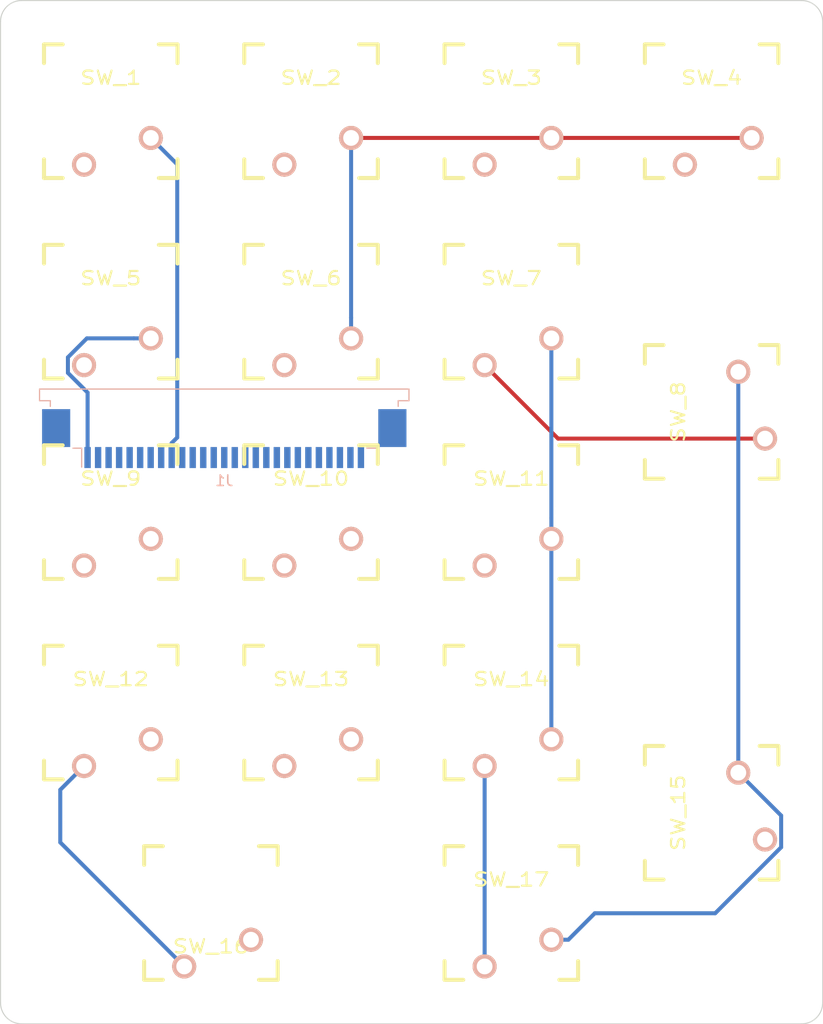
<source format=kicad_pcb>
(kicad_pcb (version 4) (host pcbnew 4.0.7)

  (general
    (links 34)
    (no_connects 34)
    (area 27.563706 18.006599 105.865901 115.35905)
    (thickness 1.6)
    (drawings 85)
    (tracks 31)
    (zones 0)
    (modules 18)
    (nets 28)
  )

  (page A2)
  (layers
    (0 F.Cu signal)
    (31 B.Cu signal)
    (32 B.Adhes user)
    (33 F.Adhes user)
    (34 B.Paste user)
    (35 F.Paste user)
    (36 B.SilkS user)
    (37 F.SilkS user)
    (38 B.Mask user)
    (39 F.Mask user)
    (40 Dwgs.User user)
    (41 Cmts.User user)
    (42 Eco1.User user)
    (43 Eco2.User user)
    (44 Edge.Cuts user)
    (45 Margin user)
    (46 B.CrtYd user)
    (47 F.CrtYd user)
    (48 B.Fab user)
    (49 F.Fab user)
  )

  (setup
    (last_trace_width 0.381)
    (user_trace_width 0.254)
    (user_trace_width 0.3048)
    (user_trace_width 0.381)
    (trace_clearance 0.2032)
    (zone_clearance 0.508)
    (zone_45_only no)
    (trace_min 0.2032)
    (segment_width 0.2)
    (edge_width 0.15)
    (via_size 0.6096)
    (via_drill 0.3048)
    (via_min_size 0.6096)
    (via_min_drill 0.3048)
    (uvia_size 0.4572)
    (uvia_drill 0.3048)
    (uvias_allowed no)
    (uvia_min_size 0.4572)
    (uvia_min_drill 0.3048)
    (pcb_text_width 0.3)
    (pcb_text_size 1.5 1.5)
    (mod_edge_width 0.15)
    (mod_text_size 1 1)
    (mod_text_width 0.15)
    (pad_size 1.524 1.524)
    (pad_drill 0.762)
    (pad_to_mask_clearance 0.04)
    (solder_mask_min_width 0.1)
    (aux_axis_origin 0 0)
    (visible_elements 7FFFFFFF)
    (pcbplotparams
      (layerselection 0x00030_80000001)
      (usegerberextensions false)
      (excludeedgelayer true)
      (linewidth 0.150000)
      (plotframeref false)
      (viasonmask false)
      (mode 1)
      (useauxorigin false)
      (hpglpennumber 1)
      (hpglpenspeed 20)
      (hpglpendiameter 15)
      (hpglpenoverlay 2)
      (psnegative false)
      (psa4output false)
      (plotreference true)
      (plotvalue true)
      (plotinvisibletext false)
      (padsonsilk false)
      (subtractmaskfromsilk false)
      (outputformat 1)
      (mirror false)
      (drillshape 1)
      (scaleselection 1)
      (outputdirectory ""))
  )

  (net 0 "")
  (net 1 "Net-(J1-Pad1)")
  (net 2 "Net-(J1-Pad2)")
  (net 3 "Net-(J1-Pad3)")
  (net 4 "Net-(J1-Pad4)")
  (net 5 "Net-(J1-Pad5)")
  (net 6 "Net-(J1-Pad6)")
  (net 7 "Net-(J1-Pad7)")
  (net 8 "Net-(J1-Pad8)")
  (net 9 "Net-(J1-Pad9)")
  (net 10 "Net-(J1-Pad10)")
  (net 11 "Net-(J1-Pad11)")
  (net 12 "Net-(J1-Pad12)")
  (net 13 "Net-(J1-Pad13)")
  (net 14 "Net-(J1-Pad14)")
  (net 15 "Net-(J1-Pad15)")
  (net 16 "Net-(J1-Pad16)")
  (net 17 "Net-(J1-Pad17)")
  (net 18 "Net-(J1-Pad18)")
  (net 19 "Net-(J1-Pad19)")
  (net 20 "Net-(J1-Pad20)")
  (net 21 "Net-(J1-Pad21)")
  (net 22 "Net-(J1-Pad22)")
  (net 23 "Net-(J1-Pad23)")
  (net 24 "Net-(J1-Pad24)")
  (net 25 "Net-(J1-Pad25)")
  (net 26 "Net-(J1-Pad26)")
  (net 27 "Net-(J1-Pad27)")

  (net_class Default "This is the default net class."
    (clearance 0.2032)
    (trace_width 0.381)
    (via_dia 0.6096)
    (via_drill 0.3048)
    (uvia_dia 0.4572)
    (uvia_drill 0.3048)
    (add_net "Net-(J1-Pad1)")
    (add_net "Net-(J1-Pad10)")
    (add_net "Net-(J1-Pad11)")
    (add_net "Net-(J1-Pad12)")
    (add_net "Net-(J1-Pad13)")
    (add_net "Net-(J1-Pad14)")
    (add_net "Net-(J1-Pad15)")
    (add_net "Net-(J1-Pad16)")
    (add_net "Net-(J1-Pad17)")
    (add_net "Net-(J1-Pad18)")
    (add_net "Net-(J1-Pad19)")
    (add_net "Net-(J1-Pad2)")
    (add_net "Net-(J1-Pad20)")
    (add_net "Net-(J1-Pad21)")
    (add_net "Net-(J1-Pad22)")
    (add_net "Net-(J1-Pad23)")
    (add_net "Net-(J1-Pad24)")
    (add_net "Net-(J1-Pad25)")
    (add_net "Net-(J1-Pad26)")
    (add_net "Net-(J1-Pad27)")
    (add_net "Net-(J1-Pad3)")
    (add_net "Net-(J1-Pad4)")
    (add_net "Net-(J1-Pad5)")
    (add_net "Net-(J1-Pad6)")
    (add_net "Net-(J1-Pad7)")
    (add_net "Net-(J1-Pad8)")
    (add_net "Net-(J1-Pad9)")
  )

  (net_class 10m ""
    (clearance 0.2032)
    (trace_width 0.254)
    (via_dia 0.6096)
    (via_drill 0.3048)
    (uvia_dia 0.4572)
    (uvia_drill 0.3048)
  )

  (net_class 20m ""
    (clearance 0.254)
    (trace_width 0.508)
    (via_dia 0.6096)
    (via_drill 0.3048)
    (uvia_dia 0.4572)
    (uvia_drill 0.3048)
  )

  (module Keyboaard:CHERRY_PCB_200H_RR locked (layer F.Cu) (tedit 5B36E05E) (tstamp 7FFFFFFF)
    (at 47.625 104.775)
    (path /5B333357)
    (fp_text reference SW_16 (at 0 3.175) (layer F.SilkS)
      (effects (font (size 1.27 1.524) (thickness 0.2032)))
    )
    (fp_text value 0 (at 0 5.08) (layer F.SilkS) hide
      (effects (font (size 1.27 1.524) (thickness 0.2032)))
    )
    (fp_text user 2.00u (at -15.24 8.255) (layer Dwgs.User)
      (effects (font (thickness 0.3048)))
    )
    (fp_line (start -6.35 -6.35) (end 6.35 -6.35) (layer Cmts.User) (width 0.1524))
    (fp_line (start 6.35 -6.35) (end 6.35 6.35) (layer Cmts.User) (width 0.1524))
    (fp_line (start 6.35 6.35) (end -6.35 6.35) (layer Cmts.User) (width 0.1524))
    (fp_line (start -6.35 6.35) (end -6.35 -6.35) (layer Cmts.User) (width 0.1524))
    (fp_line (start -18.923 -9.398) (end 18.923 -9.398) (layer Dwgs.User) (width 0.1524))
    (fp_line (start 18.923 -9.398) (end 18.923 9.398) (layer Dwgs.User) (width 0.1524))
    (fp_line (start 18.923 9.398) (end -18.923 9.398) (layer Dwgs.User) (width 0.1524))
    (fp_line (start -18.923 9.398) (end -18.923 -9.398) (layer Dwgs.User) (width 0.1524))
    (fp_line (start -6.35 -6.35) (end -4.572 -6.35) (layer F.SilkS) (width 0.381))
    (fp_line (start 4.572 -6.35) (end 6.35 -6.35) (layer F.SilkS) (width 0.381))
    (fp_line (start 6.35 -6.35) (end 6.35 -4.572) (layer F.SilkS) (width 0.381))
    (fp_line (start 6.35 4.572) (end 6.35 6.35) (layer F.SilkS) (width 0.381))
    (fp_line (start 6.35 6.35) (end 4.572 6.35) (layer F.SilkS) (width 0.381))
    (fp_line (start -4.572 6.35) (end -6.35 6.35) (layer F.SilkS) (width 0.381))
    (fp_line (start -6.35 6.35) (end -6.35 4.572) (layer F.SilkS) (width 0.381))
    (fp_line (start -6.35 -4.572) (end -6.35 -6.35) (layer F.SilkS) (width 0.381))
    (fp_line (start -6.985 -6.985) (end 6.985 -6.985) (layer Eco2.User) (width 0.1524))
    (fp_line (start 6.985 -6.985) (end 6.985 -4.8768) (layer Eco2.User) (width 0.1524))
    (fp_line (start 6.985 -4.8768) (end 8.6106 -4.8768) (layer Eco2.User) (width 0.1524))
    (fp_line (start 8.6106 -4.8768) (end 8.6106 -5.6896) (layer Eco2.User) (width 0.1524))
    (fp_line (start 8.6106 -5.6896) (end 15.2654 -5.6896) (layer Eco2.User) (width 0.1524))
    (fp_line (start 15.2654 -5.6896) (end 15.2654 -2.286) (layer Eco2.User) (width 0.1524))
    (fp_line (start 15.2654 -2.286) (end 16.129 -2.286) (layer Eco2.User) (width 0.1524))
    (fp_line (start 16.129 -2.286) (end 16.129 0.508) (layer Eco2.User) (width 0.1524))
    (fp_line (start 16.129 0.508) (end 15.2654 0.508) (layer Eco2.User) (width 0.1524))
    (fp_line (start 15.2654 0.508) (end 15.2654 6.604) (layer Eco2.User) (width 0.1524))
    (fp_line (start 15.2654 6.604) (end 14.224 6.604) (layer Eco2.User) (width 0.1524))
    (fp_line (start 14.224 6.604) (end 14.224 7.7724) (layer Eco2.User) (width 0.1524))
    (fp_line (start 14.224 7.7724) (end 9.652 7.7724) (layer Eco2.User) (width 0.1524))
    (fp_line (start 9.652 7.7724) (end 9.652 6.604) (layer Eco2.User) (width 0.1524))
    (fp_line (start 9.652 6.604) (end 8.6106 6.604) (layer Eco2.User) (width 0.1524))
    (fp_line (start 8.6106 6.604) (end 8.6106 5.8166) (layer Eco2.User) (width 0.1524))
    (fp_line (start 8.6106 5.8166) (end 6.985 5.8166) (layer Eco2.User) (width 0.1524))
    (fp_line (start 6.985 5.8166) (end 6.985 6.985) (layer Eco2.User) (width 0.1524))
    (fp_line (start 6.985 6.985) (end -6.985 6.985) (layer Eco2.User) (width 0.1524))
    (fp_line (start -6.985 6.985) (end -6.985 5.8166) (layer Eco2.User) (width 0.1524))
    (fp_line (start -6.985 5.8166) (end -8.6106 5.8166) (layer Eco2.User) (width 0.1524))
    (fp_line (start -8.6106 5.8166) (end -8.6106 6.604) (layer Eco2.User) (width 0.1524))
    (fp_line (start -8.6106 6.604) (end -9.652 6.604) (layer Eco2.User) (width 0.1524))
    (fp_line (start -9.652 6.604) (end -9.652 7.7724) (layer Eco2.User) (width 0.1524))
    (fp_line (start -9.652 7.7724) (end -14.224 7.7724) (layer Eco2.User) (width 0.1524))
    (fp_line (start -14.224 7.7724) (end -14.224 6.604) (layer Eco2.User) (width 0.1524))
    (fp_line (start -14.224 6.604) (end -15.2654 6.604) (layer Eco2.User) (width 0.1524))
    (fp_line (start -15.2654 6.604) (end -15.2654 0.508) (layer Eco2.User) (width 0.1524))
    (fp_line (start -15.2654 0.508) (end -16.129 0.508) (layer Eco2.User) (width 0.1524))
    (fp_line (start -16.129 0.508) (end -16.129 -2.286) (layer Eco2.User) (width 0.1524))
    (fp_line (start -16.129 -2.286) (end -15.2654 -2.286) (layer Eco2.User) (width 0.1524))
    (fp_line (start -15.2654 -2.286) (end -15.2654 -5.6896) (layer Eco2.User) (width 0.1524))
    (fp_line (start -15.2654 -5.6896) (end -8.6106 -5.6896) (layer Eco2.User) (width 0.1524))
    (fp_line (start -8.6106 -5.6896) (end -8.6106 -4.8768) (layer Eco2.User) (width 0.1524))
    (fp_line (start -8.6106 -4.8768) (end -6.985 -4.8768) (layer Eco2.User) (width 0.1524))
    (fp_line (start -6.985 -4.8768) (end -6.985 -6.985) (layer Eco2.User) (width 0.1524))
    (fp_line (start 15.367 -7.62) (end 8.509 -7.62) (layer Cmts.User) (width 0.1524))
    (fp_line (start 8.509 -7.62) (end 8.509 7.62) (layer Cmts.User) (width 0.1524))
    (fp_line (start 8.509 7.62) (end -8.509 7.62) (layer Cmts.User) (width 0.1524))
    (fp_line (start -8.509 7.62) (end -8.509 -7.62) (layer Cmts.User) (width 0.1524))
    (fp_line (start -8.509 -7.62) (end -15.367 -7.62) (layer Cmts.User) (width 0.1524))
    (fp_line (start -15.367 -7.62) (end -15.367 10.16) (layer Cmts.User) (width 0.1524))
    (fp_line (start -15.367 10.16) (end 15.367 10.16) (layer Cmts.User) (width 0.1524))
    (fp_line (start 15.367 10.16) (end 15.367 -7.62) (layer Cmts.User) (width 0.1524))
    (pad HOLE np_thru_hole circle (at 0 0) (size 3.9878 3.9878) (drill 3.9878) (layers *.Cu))
    (pad HOLE np_thru_hole circle (at -5.08 0) (size 1.7018 1.7018) (drill 1.7018) (layers *.Cu))
    (pad HOLE np_thru_hole circle (at 5.08 0) (size 1.7018 1.7018) (drill 1.7018) (layers *.Cu))
    (pad HOLE np_thru_hole circle (at -11.938 6.985) (size 3.048 3.048) (drill 3.048) (layers *.Cu))
    (pad HOLE np_thru_hole circle (at 12.065 6.985) (size 3.048 3.048) (drill 3.048) (layers *.Cu))
    (pad HOLE np_thru_hole circle (at -11.938 -8.255) (size 3.9878 3.9878) (drill 3.9878) (layers *.Cu))
    (pad HOLE np_thru_hole circle (at 11.938 -8.255) (size 3.9878 3.9878) (drill 3.9878) (layers *.Cu))
    (pad 1 thru_hole circle (at -2.54 5.08) (size 2.286 2.286) (drill 1.4986) (layers *.Cu *.SilkS *.Mask)
      (net 17 "Net-(J1-Pad17)"))
    (pad 2 thru_hole circle (at 3.81 2.54) (size 2.286 2.286) (drill 1.4986) (layers *.Cu *.SilkS *.Mask)
      (net 1 "Net-(J1-Pad1)"))
  )

  (module Keyboaard:CHERRY_PCB_100H locked (layer F.Cu) (tedit 0) (tstamp 7FFFFFFF)
    (at 76.2 104.775 180)
    (path /5B333358)
    (fp_text reference SW_17 (at 0 3.175 180) (layer F.SilkS)
      (effects (font (size 1.27 1.524) (thickness 0.2032)))
    )
    (fp_text value . (at 0 5.08 180) (layer F.SilkS) hide
      (effects (font (size 1.27 1.524) (thickness 0.2032)))
    )
    (fp_text user 1.00u (at -5.715 8.255 180) (layer Dwgs.User)
      (effects (font (thickness 0.3048)))
    )
    (fp_line (start -6.35 -6.35) (end 6.35 -6.35) (layer Cmts.User) (width 0.1524))
    (fp_line (start 6.35 -6.35) (end 6.35 6.35) (layer Cmts.User) (width 0.1524))
    (fp_line (start 6.35 6.35) (end -6.35 6.35) (layer Cmts.User) (width 0.1524))
    (fp_line (start -6.35 6.35) (end -6.35 -6.35) (layer Cmts.User) (width 0.1524))
    (fp_line (start -9.398 -9.398) (end 9.398 -9.398) (layer Dwgs.User) (width 0.1524))
    (fp_line (start 9.398 -9.398) (end 9.398 9.398) (layer Dwgs.User) (width 0.1524))
    (fp_line (start 9.398 9.398) (end -9.398 9.398) (layer Dwgs.User) (width 0.1524))
    (fp_line (start -9.398 9.398) (end -9.398 -9.398) (layer Dwgs.User) (width 0.1524))
    (fp_line (start -6.35 -6.35) (end -4.572 -6.35) (layer F.SilkS) (width 0.381))
    (fp_line (start 4.572 -6.35) (end 6.35 -6.35) (layer F.SilkS) (width 0.381))
    (fp_line (start 6.35 -6.35) (end 6.35 -4.572) (layer F.SilkS) (width 0.381))
    (fp_line (start 6.35 4.572) (end 6.35 6.35) (layer F.SilkS) (width 0.381))
    (fp_line (start 6.35 6.35) (end 4.572 6.35) (layer F.SilkS) (width 0.381))
    (fp_line (start -4.572 6.35) (end -6.35 6.35) (layer F.SilkS) (width 0.381))
    (fp_line (start -6.35 6.35) (end -6.35 4.572) (layer F.SilkS) (width 0.381))
    (fp_line (start -6.35 -4.572) (end -6.35 -6.35) (layer F.SilkS) (width 0.381))
    (fp_line (start -6.985 -6.985) (end 6.985 -6.985) (layer Eco2.User) (width 0.1524))
    (fp_line (start 6.985 -6.985) (end 6.985 6.985) (layer Eco2.User) (width 0.1524))
    (fp_line (start 6.985 6.985) (end -6.985 6.985) (layer Eco2.User) (width 0.1524))
    (fp_line (start -6.985 6.985) (end -6.985 -6.985) (layer Eco2.User) (width 0.1524))
    (pad 1 thru_hole circle (at 2.54 -5.08 180) (size 2.286 2.286) (drill 1.4986) (layers *.Cu *.SilkS *.Mask)
      (net 21 "Net-(J1-Pad21)"))
    (pad 2 thru_hole circle (at -3.81 -2.54 180) (size 2.286 2.286) (drill 1.4986) (layers *.Cu *.SilkS *.Mask)
      (net 1 "Net-(J1-Pad1)"))
    (pad HOLE np_thru_hole circle (at 0 0 180) (size 3.9878 3.9878) (drill 3.9878) (layers *.Cu))
    (pad HOLE np_thru_hole circle (at -5.08 0 180) (size 1.7018 1.7018) (drill 1.7018) (layers *.Cu))
    (pad HOLE np_thru_hole circle (at 5.08 0 180) (size 1.7018 1.7018) (drill 1.7018) (layers *.Cu))
  )

  (module Keyboaard:CHERRY_PCB_100H locked (layer F.Cu) (tedit 0) (tstamp 7FFFFFFF)
    (at 76.2 85.725 180)
    (path /5B333355)
    (fp_text reference SW_14 (at 0 3.175 180) (layer F.SilkS)
      (effects (font (size 1.27 1.524) (thickness 0.2032)))
    )
    (fp_text value 3 (at 0 5.08 180) (layer F.SilkS) hide
      (effects (font (size 1.27 1.524) (thickness 0.2032)))
    )
    (fp_text user 1.00u (at -5.715 8.255 180) (layer Dwgs.User)
      (effects (font (thickness 0.3048)))
    )
    (fp_line (start -6.35 -6.35) (end 6.35 -6.35) (layer Cmts.User) (width 0.1524))
    (fp_line (start 6.35 -6.35) (end 6.35 6.35) (layer Cmts.User) (width 0.1524))
    (fp_line (start 6.35 6.35) (end -6.35 6.35) (layer Cmts.User) (width 0.1524))
    (fp_line (start -6.35 6.35) (end -6.35 -6.35) (layer Cmts.User) (width 0.1524))
    (fp_line (start -9.398 -9.398) (end 9.398 -9.398) (layer Dwgs.User) (width 0.1524))
    (fp_line (start 9.398 -9.398) (end 9.398 9.398) (layer Dwgs.User) (width 0.1524))
    (fp_line (start 9.398 9.398) (end -9.398 9.398) (layer Dwgs.User) (width 0.1524))
    (fp_line (start -9.398 9.398) (end -9.398 -9.398) (layer Dwgs.User) (width 0.1524))
    (fp_line (start -6.35 -6.35) (end -4.572 -6.35) (layer F.SilkS) (width 0.381))
    (fp_line (start 4.572 -6.35) (end 6.35 -6.35) (layer F.SilkS) (width 0.381))
    (fp_line (start 6.35 -6.35) (end 6.35 -4.572) (layer F.SilkS) (width 0.381))
    (fp_line (start 6.35 4.572) (end 6.35 6.35) (layer F.SilkS) (width 0.381))
    (fp_line (start 6.35 6.35) (end 4.572 6.35) (layer F.SilkS) (width 0.381))
    (fp_line (start -4.572 6.35) (end -6.35 6.35) (layer F.SilkS) (width 0.381))
    (fp_line (start -6.35 6.35) (end -6.35 4.572) (layer F.SilkS) (width 0.381))
    (fp_line (start -6.35 -4.572) (end -6.35 -6.35) (layer F.SilkS) (width 0.381))
    (fp_line (start -6.985 -6.985) (end 6.985 -6.985) (layer Eco2.User) (width 0.1524))
    (fp_line (start 6.985 -6.985) (end 6.985 6.985) (layer Eco2.User) (width 0.1524))
    (fp_line (start 6.985 6.985) (end -6.985 6.985) (layer Eco2.User) (width 0.1524))
    (fp_line (start -6.985 6.985) (end -6.985 -6.985) (layer Eco2.User) (width 0.1524))
    (pad 1 thru_hole circle (at 2.54 -5.08 180) (size 2.286 2.286) (drill 1.4986) (layers *.Cu *.SilkS *.Mask)
      (net 21 "Net-(J1-Pad21)"))
    (pad 2 thru_hole circle (at -3.81 -2.54 180) (size 2.286 2.286) (drill 1.4986) (layers *.Cu *.SilkS *.Mask)
      (net 9 "Net-(J1-Pad9)"))
    (pad HOLE np_thru_hole circle (at 0 0 180) (size 3.9878 3.9878) (drill 3.9878) (layers *.Cu))
    (pad HOLE np_thru_hole circle (at -5.08 0 180) (size 1.7018 1.7018) (drill 1.7018) (layers *.Cu))
    (pad HOLE np_thru_hole circle (at 5.08 0 180) (size 1.7018 1.7018) (drill 1.7018) (layers *.Cu))
  )

  (module Keyboaard:CHERRY_PCB_100H locked (layer F.Cu) (tedit 0) (tstamp 7FFFFFFF)
    (at 57.15 85.725 180)
    (path /5B333354)
    (fp_text reference SW_13 (at 0 3.175 180) (layer F.SilkS)
      (effects (font (size 1.27 1.524) (thickness 0.2032)))
    )
    (fp_text value 2 (at 0 5.08 180) (layer F.SilkS) hide
      (effects (font (size 1.27 1.524) (thickness 0.2032)))
    )
    (fp_text user 1.00u (at -5.715 8.255 180) (layer Dwgs.User)
      (effects (font (thickness 0.3048)))
    )
    (fp_line (start -6.35 -6.35) (end 6.35 -6.35) (layer Cmts.User) (width 0.1524))
    (fp_line (start 6.35 -6.35) (end 6.35 6.35) (layer Cmts.User) (width 0.1524))
    (fp_line (start 6.35 6.35) (end -6.35 6.35) (layer Cmts.User) (width 0.1524))
    (fp_line (start -6.35 6.35) (end -6.35 -6.35) (layer Cmts.User) (width 0.1524))
    (fp_line (start -9.398 -9.398) (end 9.398 -9.398) (layer Dwgs.User) (width 0.1524))
    (fp_line (start 9.398 -9.398) (end 9.398 9.398) (layer Dwgs.User) (width 0.1524))
    (fp_line (start 9.398 9.398) (end -9.398 9.398) (layer Dwgs.User) (width 0.1524))
    (fp_line (start -9.398 9.398) (end -9.398 -9.398) (layer Dwgs.User) (width 0.1524))
    (fp_line (start -6.35 -6.35) (end -4.572 -6.35) (layer F.SilkS) (width 0.381))
    (fp_line (start 4.572 -6.35) (end 6.35 -6.35) (layer F.SilkS) (width 0.381))
    (fp_line (start 6.35 -6.35) (end 6.35 -4.572) (layer F.SilkS) (width 0.381))
    (fp_line (start 6.35 4.572) (end 6.35 6.35) (layer F.SilkS) (width 0.381))
    (fp_line (start 6.35 6.35) (end 4.572 6.35) (layer F.SilkS) (width 0.381))
    (fp_line (start -4.572 6.35) (end -6.35 6.35) (layer F.SilkS) (width 0.381))
    (fp_line (start -6.35 6.35) (end -6.35 4.572) (layer F.SilkS) (width 0.381))
    (fp_line (start -6.35 -4.572) (end -6.35 -6.35) (layer F.SilkS) (width 0.381))
    (fp_line (start -6.985 -6.985) (end 6.985 -6.985) (layer Eco2.User) (width 0.1524))
    (fp_line (start 6.985 -6.985) (end 6.985 6.985) (layer Eco2.User) (width 0.1524))
    (fp_line (start 6.985 6.985) (end -6.985 6.985) (layer Eco2.User) (width 0.1524))
    (fp_line (start -6.985 6.985) (end -6.985 -6.985) (layer Eco2.User) (width 0.1524))
    (pad 1 thru_hole circle (at 2.54 -5.08 180) (size 2.286 2.286) (drill 1.4986) (layers *.Cu *.SilkS *.Mask)
      (net 22 "Net-(J1-Pad22)"))
    (pad 2 thru_hole circle (at -3.81 -2.54 180) (size 2.286 2.286) (drill 1.4986) (layers *.Cu *.SilkS *.Mask)
      (net 9 "Net-(J1-Pad9)"))
    (pad HOLE np_thru_hole circle (at 0 0 180) (size 3.9878 3.9878) (drill 3.9878) (layers *.Cu))
    (pad HOLE np_thru_hole circle (at -5.08 0 180) (size 1.7018 1.7018) (drill 1.7018) (layers *.Cu))
    (pad HOLE np_thru_hole circle (at 5.08 0 180) (size 1.7018 1.7018) (drill 1.7018) (layers *.Cu))
  )

  (module Keyboaard:CHERRY_PCB_100H locked (layer F.Cu) (tedit 0) (tstamp 7FFFFFFF)
    (at 38.1 85.725 180)
    (path /5B333353)
    (fp_text reference SW_12 (at 0 3.175 180) (layer F.SilkS)
      (effects (font (size 1.27 1.524) (thickness 0.2032)))
    )
    (fp_text value 1 (at 0 5.08 180) (layer F.SilkS) hide
      (effects (font (size 1.27 1.524) (thickness 0.2032)))
    )
    (fp_text user 1.00u (at -5.715 8.255 180) (layer Dwgs.User)
      (effects (font (thickness 0.3048)))
    )
    (fp_line (start -6.35 -6.35) (end 6.35 -6.35) (layer Cmts.User) (width 0.1524))
    (fp_line (start 6.35 -6.35) (end 6.35 6.35) (layer Cmts.User) (width 0.1524))
    (fp_line (start 6.35 6.35) (end -6.35 6.35) (layer Cmts.User) (width 0.1524))
    (fp_line (start -6.35 6.35) (end -6.35 -6.35) (layer Cmts.User) (width 0.1524))
    (fp_line (start -9.398 -9.398) (end 9.398 -9.398) (layer Dwgs.User) (width 0.1524))
    (fp_line (start 9.398 -9.398) (end 9.398 9.398) (layer Dwgs.User) (width 0.1524))
    (fp_line (start 9.398 9.398) (end -9.398 9.398) (layer Dwgs.User) (width 0.1524))
    (fp_line (start -9.398 9.398) (end -9.398 -9.398) (layer Dwgs.User) (width 0.1524))
    (fp_line (start -6.35 -6.35) (end -4.572 -6.35) (layer F.SilkS) (width 0.381))
    (fp_line (start 4.572 -6.35) (end 6.35 -6.35) (layer F.SilkS) (width 0.381))
    (fp_line (start 6.35 -6.35) (end 6.35 -4.572) (layer F.SilkS) (width 0.381))
    (fp_line (start 6.35 4.572) (end 6.35 6.35) (layer F.SilkS) (width 0.381))
    (fp_line (start 6.35 6.35) (end 4.572 6.35) (layer F.SilkS) (width 0.381))
    (fp_line (start -4.572 6.35) (end -6.35 6.35) (layer F.SilkS) (width 0.381))
    (fp_line (start -6.35 6.35) (end -6.35 4.572) (layer F.SilkS) (width 0.381))
    (fp_line (start -6.35 -4.572) (end -6.35 -6.35) (layer F.SilkS) (width 0.381))
    (fp_line (start -6.985 -6.985) (end 6.985 -6.985) (layer Eco2.User) (width 0.1524))
    (fp_line (start 6.985 -6.985) (end 6.985 6.985) (layer Eco2.User) (width 0.1524))
    (fp_line (start 6.985 6.985) (end -6.985 6.985) (layer Eco2.User) (width 0.1524))
    (fp_line (start -6.985 6.985) (end -6.985 -6.985) (layer Eco2.User) (width 0.1524))
    (pad 1 thru_hole circle (at 2.54 -5.08 180) (size 2.286 2.286) (drill 1.4986) (layers *.Cu *.SilkS *.Mask)
      (net 17 "Net-(J1-Pad17)"))
    (pad 2 thru_hole circle (at -3.81 -2.54 180) (size 2.286 2.286) (drill 1.4986) (layers *.Cu *.SilkS *.Mask)
      (net 2 "Net-(J1-Pad2)"))
    (pad HOLE np_thru_hole circle (at 0 0 180) (size 3.9878 3.9878) (drill 3.9878) (layers *.Cu))
    (pad HOLE np_thru_hole circle (at -5.08 0 180) (size 1.7018 1.7018) (drill 1.7018) (layers *.Cu))
    (pad HOLE np_thru_hole circle (at 5.08 0 180) (size 1.7018 1.7018) (drill 1.7018) (layers *.Cu))
  )

  (module Keyboaard:CHERRY_PCB_100H locked (layer F.Cu) (tedit 0) (tstamp 7FFFFFFF)
    (at 76.2 66.675 180)
    (path /5B333352)
    (fp_text reference SW_11 (at 0 3.175 180) (layer F.SilkS)
      (effects (font (size 1.27 1.524) (thickness 0.2032)))
    )
    (fp_text value 6 (at 0 5.08 180) (layer F.SilkS) hide
      (effects (font (size 1.27 1.524) (thickness 0.2032)))
    )
    (fp_text user 1.00u (at -5.715 8.255 180) (layer Dwgs.User)
      (effects (font (thickness 0.3048)))
    )
    (fp_line (start -6.35 -6.35) (end 6.35 -6.35) (layer Cmts.User) (width 0.1524))
    (fp_line (start 6.35 -6.35) (end 6.35 6.35) (layer Cmts.User) (width 0.1524))
    (fp_line (start 6.35 6.35) (end -6.35 6.35) (layer Cmts.User) (width 0.1524))
    (fp_line (start -6.35 6.35) (end -6.35 -6.35) (layer Cmts.User) (width 0.1524))
    (fp_line (start -9.398 -9.398) (end 9.398 -9.398) (layer Dwgs.User) (width 0.1524))
    (fp_line (start 9.398 -9.398) (end 9.398 9.398) (layer Dwgs.User) (width 0.1524))
    (fp_line (start 9.398 9.398) (end -9.398 9.398) (layer Dwgs.User) (width 0.1524))
    (fp_line (start -9.398 9.398) (end -9.398 -9.398) (layer Dwgs.User) (width 0.1524))
    (fp_line (start -6.35 -6.35) (end -4.572 -6.35) (layer F.SilkS) (width 0.381))
    (fp_line (start 4.572 -6.35) (end 6.35 -6.35) (layer F.SilkS) (width 0.381))
    (fp_line (start 6.35 -6.35) (end 6.35 -4.572) (layer F.SilkS) (width 0.381))
    (fp_line (start 6.35 4.572) (end 6.35 6.35) (layer F.SilkS) (width 0.381))
    (fp_line (start 6.35 6.35) (end 4.572 6.35) (layer F.SilkS) (width 0.381))
    (fp_line (start -4.572 6.35) (end -6.35 6.35) (layer F.SilkS) (width 0.381))
    (fp_line (start -6.35 6.35) (end -6.35 4.572) (layer F.SilkS) (width 0.381))
    (fp_line (start -6.35 -4.572) (end -6.35 -6.35) (layer F.SilkS) (width 0.381))
    (fp_line (start -6.985 -6.985) (end 6.985 -6.985) (layer Eco2.User) (width 0.1524))
    (fp_line (start 6.985 -6.985) (end 6.985 6.985) (layer Eco2.User) (width 0.1524))
    (fp_line (start 6.985 6.985) (end -6.985 6.985) (layer Eco2.User) (width 0.1524))
    (fp_line (start -6.985 6.985) (end -6.985 -6.985) (layer Eco2.User) (width 0.1524))
    (pad 1 thru_hole circle (at 2.54 -5.08 180) (size 2.286 2.286) (drill 1.4986) (layers *.Cu *.SilkS *.Mask)
      (net 20 "Net-(J1-Pad20)"))
    (pad 2 thru_hole circle (at -3.81 -2.54 180) (size 2.286 2.286) (drill 1.4986) (layers *.Cu *.SilkS *.Mask)
      (net 9 "Net-(J1-Pad9)"))
    (pad HOLE np_thru_hole circle (at 0 0 180) (size 3.9878 3.9878) (drill 3.9878) (layers *.Cu))
    (pad HOLE np_thru_hole circle (at -5.08 0 180) (size 1.7018 1.7018) (drill 1.7018) (layers *.Cu))
    (pad HOLE np_thru_hole circle (at 5.08 0 180) (size 1.7018 1.7018) (drill 1.7018) (layers *.Cu))
  )

  (module Keyboaard:CHERRY_PCB_100H locked (layer F.Cu) (tedit 0) (tstamp 7FFFFFFF)
    (at 57.15 66.675 180)
    (path /5B333351)
    (fp_text reference SW_10 (at 0 3.175 180) (layer F.SilkS)
      (effects (font (size 1.27 1.524) (thickness 0.2032)))
    )
    (fp_text value 5 (at 0 5.08 180) (layer F.SilkS) hide
      (effects (font (size 1.27 1.524) (thickness 0.2032)))
    )
    (fp_text user 1.00u (at -5.715 8.255 180) (layer Dwgs.User)
      (effects (font (thickness 0.3048)))
    )
    (fp_line (start -6.35 -6.35) (end 6.35 -6.35) (layer Cmts.User) (width 0.1524))
    (fp_line (start 6.35 -6.35) (end 6.35 6.35) (layer Cmts.User) (width 0.1524))
    (fp_line (start 6.35 6.35) (end -6.35 6.35) (layer Cmts.User) (width 0.1524))
    (fp_line (start -6.35 6.35) (end -6.35 -6.35) (layer Cmts.User) (width 0.1524))
    (fp_line (start -9.398 -9.398) (end 9.398 -9.398) (layer Dwgs.User) (width 0.1524))
    (fp_line (start 9.398 -9.398) (end 9.398 9.398) (layer Dwgs.User) (width 0.1524))
    (fp_line (start 9.398 9.398) (end -9.398 9.398) (layer Dwgs.User) (width 0.1524))
    (fp_line (start -9.398 9.398) (end -9.398 -9.398) (layer Dwgs.User) (width 0.1524))
    (fp_line (start -6.35 -6.35) (end -4.572 -6.35) (layer F.SilkS) (width 0.381))
    (fp_line (start 4.572 -6.35) (end 6.35 -6.35) (layer F.SilkS) (width 0.381))
    (fp_line (start 6.35 -6.35) (end 6.35 -4.572) (layer F.SilkS) (width 0.381))
    (fp_line (start 6.35 4.572) (end 6.35 6.35) (layer F.SilkS) (width 0.381))
    (fp_line (start 6.35 6.35) (end 4.572 6.35) (layer F.SilkS) (width 0.381))
    (fp_line (start -4.572 6.35) (end -6.35 6.35) (layer F.SilkS) (width 0.381))
    (fp_line (start -6.35 6.35) (end -6.35 4.572) (layer F.SilkS) (width 0.381))
    (fp_line (start -6.35 -4.572) (end -6.35 -6.35) (layer F.SilkS) (width 0.381))
    (fp_line (start -6.985 -6.985) (end 6.985 -6.985) (layer Eco2.User) (width 0.1524))
    (fp_line (start 6.985 -6.985) (end 6.985 6.985) (layer Eco2.User) (width 0.1524))
    (fp_line (start 6.985 6.985) (end -6.985 6.985) (layer Eco2.User) (width 0.1524))
    (fp_line (start -6.985 6.985) (end -6.985 -6.985) (layer Eco2.User) (width 0.1524))
    (pad 1 thru_hole circle (at 2.54 -5.08 180) (size 2.286 2.286) (drill 1.4986) (layers *.Cu *.SilkS *.Mask)
      (net 14 "Net-(J1-Pad14)"))
    (pad 2 thru_hole circle (at -3.81 -2.54 180) (size 2.286 2.286) (drill 1.4986) (layers *.Cu *.SilkS *.Mask)
      (net 1 "Net-(J1-Pad1)"))
    (pad HOLE np_thru_hole circle (at 0 0 180) (size 3.9878 3.9878) (drill 3.9878) (layers *.Cu))
    (pad HOLE np_thru_hole circle (at -5.08 0 180) (size 1.7018 1.7018) (drill 1.7018) (layers *.Cu))
    (pad HOLE np_thru_hole circle (at 5.08 0 180) (size 1.7018 1.7018) (drill 1.7018) (layers *.Cu))
  )

  (module Keyboaard:CHERRY_PCB_100H locked (layer F.Cu) (tedit 0) (tstamp 7FFFFFFF)
    (at 38.1 66.675 180)
    (path /5B333350)
    (fp_text reference SW_9 (at 0 3.175 180) (layer F.SilkS)
      (effects (font (size 1.27 1.524) (thickness 0.2032)))
    )
    (fp_text value 4 (at 0 5.08 180) (layer F.SilkS) hide
      (effects (font (size 1.27 1.524) (thickness 0.2032)))
    )
    (fp_text user 1.00u (at -5.715 8.255 180) (layer Dwgs.User)
      (effects (font (thickness 0.3048)))
    )
    (fp_line (start -6.35 -6.35) (end 6.35 -6.35) (layer Cmts.User) (width 0.1524))
    (fp_line (start 6.35 -6.35) (end 6.35 6.35) (layer Cmts.User) (width 0.1524))
    (fp_line (start 6.35 6.35) (end -6.35 6.35) (layer Cmts.User) (width 0.1524))
    (fp_line (start -6.35 6.35) (end -6.35 -6.35) (layer Cmts.User) (width 0.1524))
    (fp_line (start -9.398 -9.398) (end 9.398 -9.398) (layer Dwgs.User) (width 0.1524))
    (fp_line (start 9.398 -9.398) (end 9.398 9.398) (layer Dwgs.User) (width 0.1524))
    (fp_line (start 9.398 9.398) (end -9.398 9.398) (layer Dwgs.User) (width 0.1524))
    (fp_line (start -9.398 9.398) (end -9.398 -9.398) (layer Dwgs.User) (width 0.1524))
    (fp_line (start -6.35 -6.35) (end -4.572 -6.35) (layer F.SilkS) (width 0.381))
    (fp_line (start 4.572 -6.35) (end 6.35 -6.35) (layer F.SilkS) (width 0.381))
    (fp_line (start 6.35 -6.35) (end 6.35 -4.572) (layer F.SilkS) (width 0.381))
    (fp_line (start 6.35 4.572) (end 6.35 6.35) (layer F.SilkS) (width 0.381))
    (fp_line (start 6.35 6.35) (end 4.572 6.35) (layer F.SilkS) (width 0.381))
    (fp_line (start -4.572 6.35) (end -6.35 6.35) (layer F.SilkS) (width 0.381))
    (fp_line (start -6.35 6.35) (end -6.35 4.572) (layer F.SilkS) (width 0.381))
    (fp_line (start -6.35 -4.572) (end -6.35 -6.35) (layer F.SilkS) (width 0.381))
    (fp_line (start -6.985 -6.985) (end 6.985 -6.985) (layer Eco2.User) (width 0.1524))
    (fp_line (start 6.985 -6.985) (end 6.985 6.985) (layer Eco2.User) (width 0.1524))
    (fp_line (start 6.985 6.985) (end -6.985 6.985) (layer Eco2.User) (width 0.1524))
    (fp_line (start -6.985 6.985) (end -6.985 -6.985) (layer Eco2.User) (width 0.1524))
    (pad 1 thru_hole circle (at 2.54 -5.08 180) (size 2.286 2.286) (drill 1.4986) (layers *.Cu *.SilkS *.Mask)
      (net 15 "Net-(J1-Pad15)"))
    (pad 2 thru_hole circle (at -3.81 -2.54 180) (size 2.286 2.286) (drill 1.4986) (layers *.Cu *.SilkS *.Mask)
      (net 13 "Net-(J1-Pad13)"))
    (pad HOLE np_thru_hole circle (at 0 0 180) (size 3.9878 3.9878) (drill 3.9878) (layers *.Cu))
    (pad HOLE np_thru_hole circle (at -5.08 0 180) (size 1.7018 1.7018) (drill 1.7018) (layers *.Cu))
    (pad HOLE np_thru_hole circle (at 5.08 0 180) (size 1.7018 1.7018) (drill 1.7018) (layers *.Cu))
  )

  (module Keyboaard:CHERRY_PCB_100H locked (layer F.Cu) (tedit 0) (tstamp 7FFFFFFF)
    (at 76.2 47.625 180)
    (path /5B33334E)
    (fp_text reference SW_7 (at 0 3.175 180) (layer F.SilkS)
      (effects (font (size 1.27 1.524) (thickness 0.2032)))
    )
    (fp_text value 9 (at 0 5.08 180) (layer F.SilkS) hide
      (effects (font (size 1.27 1.524) (thickness 0.2032)))
    )
    (fp_text user 1.00u (at -5.715 8.255 180) (layer Dwgs.User)
      (effects (font (thickness 0.3048)))
    )
    (fp_line (start -6.35 -6.35) (end 6.35 -6.35) (layer Cmts.User) (width 0.1524))
    (fp_line (start 6.35 -6.35) (end 6.35 6.35) (layer Cmts.User) (width 0.1524))
    (fp_line (start 6.35 6.35) (end -6.35 6.35) (layer Cmts.User) (width 0.1524))
    (fp_line (start -6.35 6.35) (end -6.35 -6.35) (layer Cmts.User) (width 0.1524))
    (fp_line (start -9.398 -9.398) (end 9.398 -9.398) (layer Dwgs.User) (width 0.1524))
    (fp_line (start 9.398 -9.398) (end 9.398 9.398) (layer Dwgs.User) (width 0.1524))
    (fp_line (start 9.398 9.398) (end -9.398 9.398) (layer Dwgs.User) (width 0.1524))
    (fp_line (start -9.398 9.398) (end -9.398 -9.398) (layer Dwgs.User) (width 0.1524))
    (fp_line (start -6.35 -6.35) (end -4.572 -6.35) (layer F.SilkS) (width 0.381))
    (fp_line (start 4.572 -6.35) (end 6.35 -6.35) (layer F.SilkS) (width 0.381))
    (fp_line (start 6.35 -6.35) (end 6.35 -4.572) (layer F.SilkS) (width 0.381))
    (fp_line (start 6.35 4.572) (end 6.35 6.35) (layer F.SilkS) (width 0.381))
    (fp_line (start 6.35 6.35) (end 4.572 6.35) (layer F.SilkS) (width 0.381))
    (fp_line (start -4.572 6.35) (end -6.35 6.35) (layer F.SilkS) (width 0.381))
    (fp_line (start -6.35 6.35) (end -6.35 4.572) (layer F.SilkS) (width 0.381))
    (fp_line (start -6.35 -4.572) (end -6.35 -6.35) (layer F.SilkS) (width 0.381))
    (fp_line (start -6.985 -6.985) (end 6.985 -6.985) (layer Eco2.User) (width 0.1524))
    (fp_line (start 6.985 -6.985) (end 6.985 6.985) (layer Eco2.User) (width 0.1524))
    (fp_line (start 6.985 6.985) (end -6.985 6.985) (layer Eco2.User) (width 0.1524))
    (fp_line (start -6.985 6.985) (end -6.985 -6.985) (layer Eco2.User) (width 0.1524))
    (pad 1 thru_hole circle (at 2.54 -5.08 180) (size 2.286 2.286) (drill 1.4986) (layers *.Cu *.SilkS *.Mask)
      (net 19 "Net-(J1-Pad19)"))
    (pad 2 thru_hole circle (at -3.81 -2.54 180) (size 2.286 2.286) (drill 1.4986) (layers *.Cu *.SilkS *.Mask)
      (net 9 "Net-(J1-Pad9)"))
    (pad HOLE np_thru_hole circle (at 0 0 180) (size 3.9878 3.9878) (drill 3.9878) (layers *.Cu))
    (pad HOLE np_thru_hole circle (at -5.08 0 180) (size 1.7018 1.7018) (drill 1.7018) (layers *.Cu))
    (pad HOLE np_thru_hole circle (at 5.08 0 180) (size 1.7018 1.7018) (drill 1.7018) (layers *.Cu))
  )

  (module Keyboaard:CHERRY_PCB_100H locked (layer F.Cu) (tedit 0) (tstamp 7FFFFFFF)
    (at 57.15 47.625 180)
    (path /5B33334D)
    (fp_text reference SW_6 (at 0 3.175 180) (layer F.SilkS)
      (effects (font (size 1.27 1.524) (thickness 0.2032)))
    )
    (fp_text value 8 (at 0 5.08 180) (layer F.SilkS) hide
      (effects (font (size 1.27 1.524) (thickness 0.2032)))
    )
    (fp_text user 1.00u (at -5.715 8.255 180) (layer Dwgs.User)
      (effects (font (thickness 0.3048)))
    )
    (fp_line (start -6.35 -6.35) (end 6.35 -6.35) (layer Cmts.User) (width 0.1524))
    (fp_line (start 6.35 -6.35) (end 6.35 6.35) (layer Cmts.User) (width 0.1524))
    (fp_line (start 6.35 6.35) (end -6.35 6.35) (layer Cmts.User) (width 0.1524))
    (fp_line (start -6.35 6.35) (end -6.35 -6.35) (layer Cmts.User) (width 0.1524))
    (fp_line (start -9.398 -9.398) (end 9.398 -9.398) (layer Dwgs.User) (width 0.1524))
    (fp_line (start 9.398 -9.398) (end 9.398 9.398) (layer Dwgs.User) (width 0.1524))
    (fp_line (start 9.398 9.398) (end -9.398 9.398) (layer Dwgs.User) (width 0.1524))
    (fp_line (start -9.398 9.398) (end -9.398 -9.398) (layer Dwgs.User) (width 0.1524))
    (fp_line (start -6.35 -6.35) (end -4.572 -6.35) (layer F.SilkS) (width 0.381))
    (fp_line (start 4.572 -6.35) (end 6.35 -6.35) (layer F.SilkS) (width 0.381))
    (fp_line (start 6.35 -6.35) (end 6.35 -4.572) (layer F.SilkS) (width 0.381))
    (fp_line (start 6.35 4.572) (end 6.35 6.35) (layer F.SilkS) (width 0.381))
    (fp_line (start 6.35 6.35) (end 4.572 6.35) (layer F.SilkS) (width 0.381))
    (fp_line (start -4.572 6.35) (end -6.35 6.35) (layer F.SilkS) (width 0.381))
    (fp_line (start -6.35 6.35) (end -6.35 4.572) (layer F.SilkS) (width 0.381))
    (fp_line (start -6.35 -4.572) (end -6.35 -6.35) (layer F.SilkS) (width 0.381))
    (fp_line (start -6.985 -6.985) (end 6.985 -6.985) (layer Eco2.User) (width 0.1524))
    (fp_line (start 6.985 -6.985) (end 6.985 6.985) (layer Eco2.User) (width 0.1524))
    (fp_line (start 6.985 6.985) (end -6.985 6.985) (layer Eco2.User) (width 0.1524))
    (fp_line (start -6.985 6.985) (end -6.985 -6.985) (layer Eco2.User) (width 0.1524))
    (pad 1 thru_hole circle (at 2.54 -5.08 180) (size 2.286 2.286) (drill 1.4986) (layers *.Cu *.SilkS *.Mask)
      (net 14 "Net-(J1-Pad14)"))
    (pad 2 thru_hole circle (at -3.81 -2.54 180) (size 2.286 2.286) (drill 1.4986) (layers *.Cu *.SilkS *.Mask)
      (net 2 "Net-(J1-Pad2)"))
    (pad HOLE np_thru_hole circle (at 0 0 180) (size 3.9878 3.9878) (drill 3.9878) (layers *.Cu))
    (pad HOLE np_thru_hole circle (at -5.08 0 180) (size 1.7018 1.7018) (drill 1.7018) (layers *.Cu))
    (pad HOLE np_thru_hole circle (at 5.08 0 180) (size 1.7018 1.7018) (drill 1.7018) (layers *.Cu))
  )

  (module Keyboaard:CHERRY_PCB_100H locked (layer F.Cu) (tedit 0) (tstamp 7FFFFFFF)
    (at 38.1 47.625 180)
    (path /5B33334C)
    (fp_text reference SW_5 (at 0 3.175 180) (layer F.SilkS)
      (effects (font (size 1.27 1.524) (thickness 0.2032)))
    )
    (fp_text value 7 (at 0 5.08 180) (layer F.SilkS) hide
      (effects (font (size 1.27 1.524) (thickness 0.2032)))
    )
    (fp_text user 1.00u (at -5.715 8.255 180) (layer Dwgs.User)
      (effects (font (thickness 0.3048)))
    )
    (fp_line (start -6.35 -6.35) (end 6.35 -6.35) (layer Cmts.User) (width 0.1524))
    (fp_line (start 6.35 -6.35) (end 6.35 6.35) (layer Cmts.User) (width 0.1524))
    (fp_line (start 6.35 6.35) (end -6.35 6.35) (layer Cmts.User) (width 0.1524))
    (fp_line (start -6.35 6.35) (end -6.35 -6.35) (layer Cmts.User) (width 0.1524))
    (fp_line (start -9.398 -9.398) (end 9.398 -9.398) (layer Dwgs.User) (width 0.1524))
    (fp_line (start 9.398 -9.398) (end 9.398 9.398) (layer Dwgs.User) (width 0.1524))
    (fp_line (start 9.398 9.398) (end -9.398 9.398) (layer Dwgs.User) (width 0.1524))
    (fp_line (start -9.398 9.398) (end -9.398 -9.398) (layer Dwgs.User) (width 0.1524))
    (fp_line (start -6.35 -6.35) (end -4.572 -6.35) (layer F.SilkS) (width 0.381))
    (fp_line (start 4.572 -6.35) (end 6.35 -6.35) (layer F.SilkS) (width 0.381))
    (fp_line (start 6.35 -6.35) (end 6.35 -4.572) (layer F.SilkS) (width 0.381))
    (fp_line (start 6.35 4.572) (end 6.35 6.35) (layer F.SilkS) (width 0.381))
    (fp_line (start 6.35 6.35) (end 4.572 6.35) (layer F.SilkS) (width 0.381))
    (fp_line (start -4.572 6.35) (end -6.35 6.35) (layer F.SilkS) (width 0.381))
    (fp_line (start -6.35 6.35) (end -6.35 4.572) (layer F.SilkS) (width 0.381))
    (fp_line (start -6.35 -4.572) (end -6.35 -6.35) (layer F.SilkS) (width 0.381))
    (fp_line (start -6.985 -6.985) (end 6.985 -6.985) (layer Eco2.User) (width 0.1524))
    (fp_line (start 6.985 -6.985) (end 6.985 6.985) (layer Eco2.User) (width 0.1524))
    (fp_line (start 6.985 6.985) (end -6.985 6.985) (layer Eco2.User) (width 0.1524))
    (fp_line (start -6.985 6.985) (end -6.985 -6.985) (layer Eco2.User) (width 0.1524))
    (pad 1 thru_hole circle (at 2.54 -5.08 180) (size 2.286 2.286) (drill 1.4986) (layers *.Cu *.SilkS *.Mask)
      (net 20 "Net-(J1-Pad20)"))
    (pad 2 thru_hole circle (at -3.81 -2.54 180) (size 2.286 2.286) (drill 1.4986) (layers *.Cu *.SilkS *.Mask)
      (net 1 "Net-(J1-Pad1)"))
    (pad HOLE np_thru_hole circle (at 0 0 180) (size 3.9878 3.9878) (drill 3.9878) (layers *.Cu))
    (pad HOLE np_thru_hole circle (at -5.08 0 180) (size 1.7018 1.7018) (drill 1.7018) (layers *.Cu))
    (pad HOLE np_thru_hole circle (at 5.08 0 180) (size 1.7018 1.7018) (drill 1.7018) (layers *.Cu))
  )

  (module Keyboaard:CHERRY_PCB_100H locked (layer F.Cu) (tedit 0) (tstamp 7FFFFFFF)
    (at 95.25 28.575 180)
    (path /5B33334B)
    (fp_text reference SW_4 (at 0 3.175 180) (layer F.SilkS)
      (effects (font (size 1.27 1.524) (thickness 0.2032)))
    )
    (fp_text value - (at 0 5.08 180) (layer F.SilkS) hide
      (effects (font (size 1.27 1.524) (thickness 0.2032)))
    )
    (fp_text user 1.00u (at -5.715 8.255 180) (layer Dwgs.User)
      (effects (font (thickness 0.3048)))
    )
    (fp_line (start -6.35 -6.35) (end 6.35 -6.35) (layer Cmts.User) (width 0.1524))
    (fp_line (start 6.35 -6.35) (end 6.35 6.35) (layer Cmts.User) (width 0.1524))
    (fp_line (start 6.35 6.35) (end -6.35 6.35) (layer Cmts.User) (width 0.1524))
    (fp_line (start -6.35 6.35) (end -6.35 -6.35) (layer Cmts.User) (width 0.1524))
    (fp_line (start -9.398 -9.398) (end 9.398 -9.398) (layer Dwgs.User) (width 0.1524))
    (fp_line (start 9.398 -9.398) (end 9.398 9.398) (layer Dwgs.User) (width 0.1524))
    (fp_line (start 9.398 9.398) (end -9.398 9.398) (layer Dwgs.User) (width 0.1524))
    (fp_line (start -9.398 9.398) (end -9.398 -9.398) (layer Dwgs.User) (width 0.1524))
    (fp_line (start -6.35 -6.35) (end -4.572 -6.35) (layer F.SilkS) (width 0.381))
    (fp_line (start 4.572 -6.35) (end 6.35 -6.35) (layer F.SilkS) (width 0.381))
    (fp_line (start 6.35 -6.35) (end 6.35 -4.572) (layer F.SilkS) (width 0.381))
    (fp_line (start 6.35 4.572) (end 6.35 6.35) (layer F.SilkS) (width 0.381))
    (fp_line (start 6.35 6.35) (end 4.572 6.35) (layer F.SilkS) (width 0.381))
    (fp_line (start -4.572 6.35) (end -6.35 6.35) (layer F.SilkS) (width 0.381))
    (fp_line (start -6.35 6.35) (end -6.35 4.572) (layer F.SilkS) (width 0.381))
    (fp_line (start -6.35 -4.572) (end -6.35 -6.35) (layer F.SilkS) (width 0.381))
    (fp_line (start -6.985 -6.985) (end 6.985 -6.985) (layer Eco2.User) (width 0.1524))
    (fp_line (start 6.985 -6.985) (end 6.985 6.985) (layer Eco2.User) (width 0.1524))
    (fp_line (start 6.985 6.985) (end -6.985 6.985) (layer Eco2.User) (width 0.1524))
    (fp_line (start -6.985 6.985) (end -6.985 -6.985) (layer Eco2.User) (width 0.1524))
    (pad 1 thru_hole circle (at 2.54 -5.08 180) (size 2.286 2.286) (drill 1.4986) (layers *.Cu *.SilkS *.Mask)
      (net 20 "Net-(J1-Pad20)"))
    (pad 2 thru_hole circle (at -3.81 -2.54 180) (size 2.286 2.286) (drill 1.4986) (layers *.Cu *.SilkS *.Mask)
      (net 2 "Net-(J1-Pad2)"))
    (pad HOLE np_thru_hole circle (at 0 0 180) (size 3.9878 3.9878) (drill 3.9878) (layers *.Cu))
    (pad HOLE np_thru_hole circle (at -5.08 0 180) (size 1.7018 1.7018) (drill 1.7018) (layers *.Cu))
    (pad HOLE np_thru_hole circle (at 5.08 0 180) (size 1.7018 1.7018) (drill 1.7018) (layers *.Cu))
  )

  (module Keyboaard:CHERRY_PCB_100H locked (layer F.Cu) (tedit 0) (tstamp 7FFFFFFF)
    (at 76.2 28.575 180)
    (path /5B33334A)
    (fp_text reference SW_3 (at 0 3.175 180) (layer F.SilkS)
      (effects (font (size 1.27 1.524) (thickness 0.2032)))
    )
    (fp_text value * (at 0 5.08 180) (layer F.SilkS) hide
      (effects (font (size 1.27 1.524) (thickness 0.2032)))
    )
    (fp_text user 1.00u (at -5.715 8.255 180) (layer Dwgs.User)
      (effects (font (thickness 0.3048)))
    )
    (fp_line (start -6.35 -6.35) (end 6.35 -6.35) (layer Cmts.User) (width 0.1524))
    (fp_line (start 6.35 -6.35) (end 6.35 6.35) (layer Cmts.User) (width 0.1524))
    (fp_line (start 6.35 6.35) (end -6.35 6.35) (layer Cmts.User) (width 0.1524))
    (fp_line (start -6.35 6.35) (end -6.35 -6.35) (layer Cmts.User) (width 0.1524))
    (fp_line (start -9.398 -9.398) (end 9.398 -9.398) (layer Dwgs.User) (width 0.1524))
    (fp_line (start 9.398 -9.398) (end 9.398 9.398) (layer Dwgs.User) (width 0.1524))
    (fp_line (start 9.398 9.398) (end -9.398 9.398) (layer Dwgs.User) (width 0.1524))
    (fp_line (start -9.398 9.398) (end -9.398 -9.398) (layer Dwgs.User) (width 0.1524))
    (fp_line (start -6.35 -6.35) (end -4.572 -6.35) (layer F.SilkS) (width 0.381))
    (fp_line (start 4.572 -6.35) (end 6.35 -6.35) (layer F.SilkS) (width 0.381))
    (fp_line (start 6.35 -6.35) (end 6.35 -4.572) (layer F.SilkS) (width 0.381))
    (fp_line (start 6.35 4.572) (end 6.35 6.35) (layer F.SilkS) (width 0.381))
    (fp_line (start 6.35 6.35) (end 4.572 6.35) (layer F.SilkS) (width 0.381))
    (fp_line (start -4.572 6.35) (end -6.35 6.35) (layer F.SilkS) (width 0.381))
    (fp_line (start -6.35 6.35) (end -6.35 4.572) (layer F.SilkS) (width 0.381))
    (fp_line (start -6.35 -4.572) (end -6.35 -6.35) (layer F.SilkS) (width 0.381))
    (fp_line (start -6.985 -6.985) (end 6.985 -6.985) (layer Eco2.User) (width 0.1524))
    (fp_line (start 6.985 -6.985) (end 6.985 6.985) (layer Eco2.User) (width 0.1524))
    (fp_line (start 6.985 6.985) (end -6.985 6.985) (layer Eco2.User) (width 0.1524))
    (fp_line (start -6.985 6.985) (end -6.985 -6.985) (layer Eco2.User) (width 0.1524))
    (pad 1 thru_hole circle (at 2.54 -5.08 180) (size 2.286 2.286) (drill 1.4986) (layers *.Cu *.SilkS *.Mask)
      (net 21 "Net-(J1-Pad21)"))
    (pad 2 thru_hole circle (at -3.81 -2.54 180) (size 2.286 2.286) (drill 1.4986) (layers *.Cu *.SilkS *.Mask)
      (net 2 "Net-(J1-Pad2)"))
    (pad HOLE np_thru_hole circle (at 0 0 180) (size 3.9878 3.9878) (drill 3.9878) (layers *.Cu))
    (pad HOLE np_thru_hole circle (at -5.08 0 180) (size 1.7018 1.7018) (drill 1.7018) (layers *.Cu))
    (pad HOLE np_thru_hole circle (at 5.08 0 180) (size 1.7018 1.7018) (drill 1.7018) (layers *.Cu))
  )

  (module Keyboaard:CHERRY_PCB_100H locked (layer F.Cu) (tedit 0) (tstamp 7FFFFFFF)
    (at 57.15 28.575 180)
    (path /5B333349)
    (fp_text reference SW_2 (at 0 3.175 180) (layer F.SilkS)
      (effects (font (size 1.27 1.524) (thickness 0.2032)))
    )
    (fp_text value / (at 0 5.08 180) (layer F.SilkS) hide
      (effects (font (size 1.27 1.524) (thickness 0.2032)))
    )
    (fp_text user 1.00u (at -5.715 8.255 180) (layer Dwgs.User)
      (effects (font (thickness 0.3048)))
    )
    (fp_line (start -6.35 -6.35) (end 6.35 -6.35) (layer Cmts.User) (width 0.1524))
    (fp_line (start 6.35 -6.35) (end 6.35 6.35) (layer Cmts.User) (width 0.1524))
    (fp_line (start 6.35 6.35) (end -6.35 6.35) (layer Cmts.User) (width 0.1524))
    (fp_line (start -6.35 6.35) (end -6.35 -6.35) (layer Cmts.User) (width 0.1524))
    (fp_line (start -9.398 -9.398) (end 9.398 -9.398) (layer Dwgs.User) (width 0.1524))
    (fp_line (start 9.398 -9.398) (end 9.398 9.398) (layer Dwgs.User) (width 0.1524))
    (fp_line (start 9.398 9.398) (end -9.398 9.398) (layer Dwgs.User) (width 0.1524))
    (fp_line (start -9.398 9.398) (end -9.398 -9.398) (layer Dwgs.User) (width 0.1524))
    (fp_line (start -6.35 -6.35) (end -4.572 -6.35) (layer F.SilkS) (width 0.381))
    (fp_line (start 4.572 -6.35) (end 6.35 -6.35) (layer F.SilkS) (width 0.381))
    (fp_line (start 6.35 -6.35) (end 6.35 -4.572) (layer F.SilkS) (width 0.381))
    (fp_line (start 6.35 4.572) (end 6.35 6.35) (layer F.SilkS) (width 0.381))
    (fp_line (start 6.35 6.35) (end 4.572 6.35) (layer F.SilkS) (width 0.381))
    (fp_line (start -4.572 6.35) (end -6.35 6.35) (layer F.SilkS) (width 0.381))
    (fp_line (start -6.35 6.35) (end -6.35 4.572) (layer F.SilkS) (width 0.381))
    (fp_line (start -6.35 -4.572) (end -6.35 -6.35) (layer F.SilkS) (width 0.381))
    (fp_line (start -6.985 -6.985) (end 6.985 -6.985) (layer Eco2.User) (width 0.1524))
    (fp_line (start 6.985 -6.985) (end 6.985 6.985) (layer Eco2.User) (width 0.1524))
    (fp_line (start 6.985 6.985) (end -6.985 6.985) (layer Eco2.User) (width 0.1524))
    (fp_line (start -6.985 6.985) (end -6.985 -6.985) (layer Eco2.User) (width 0.1524))
    (pad 1 thru_hole circle (at 2.54 -5.08 180) (size 2.286 2.286) (drill 1.4986) (layers *.Cu *.SilkS *.Mask)
      (net 19 "Net-(J1-Pad19)"))
    (pad 2 thru_hole circle (at -3.81 -2.54 180) (size 2.286 2.286) (drill 1.4986) (layers *.Cu *.SilkS *.Mask)
      (net 2 "Net-(J1-Pad2)"))
    (pad HOLE np_thru_hole circle (at 0 0 180) (size 3.9878 3.9878) (drill 3.9878) (layers *.Cu))
    (pad HOLE np_thru_hole circle (at -5.08 0 180) (size 1.7018 1.7018) (drill 1.7018) (layers *.Cu))
    (pad HOLE np_thru_hole circle (at 5.08 0 180) (size 1.7018 1.7018) (drill 1.7018) (layers *.Cu))
  )

  (module Keyboaard:CHERRY_PCB_100H locked (layer F.Cu) (tedit 0) (tstamp 7FFFFFFF)
    (at 38.1 28.575 180)
    (path /5B333348)
    (fp_text reference SW_1 (at 0 3.175 180) (layer F.SilkS)
      (effects (font (size 1.27 1.524) (thickness 0.2032)))
    )
    (fp_text value Num (at 0 5.08 180) (layer F.SilkS) hide
      (effects (font (size 1.27 1.524) (thickness 0.2032)))
    )
    (fp_text user 1.00u (at -5.715 8.255 180) (layer Dwgs.User)
      (effects (font (thickness 0.3048)))
    )
    (fp_line (start -6.35 -6.35) (end 6.35 -6.35) (layer Cmts.User) (width 0.1524))
    (fp_line (start 6.35 -6.35) (end 6.35 6.35) (layer Cmts.User) (width 0.1524))
    (fp_line (start 6.35 6.35) (end -6.35 6.35) (layer Cmts.User) (width 0.1524))
    (fp_line (start -6.35 6.35) (end -6.35 -6.35) (layer Cmts.User) (width 0.1524))
    (fp_line (start -9.398 -9.398) (end 9.398 -9.398) (layer Dwgs.User) (width 0.1524))
    (fp_line (start 9.398 -9.398) (end 9.398 9.398) (layer Dwgs.User) (width 0.1524))
    (fp_line (start 9.398 9.398) (end -9.398 9.398) (layer Dwgs.User) (width 0.1524))
    (fp_line (start -9.398 9.398) (end -9.398 -9.398) (layer Dwgs.User) (width 0.1524))
    (fp_line (start -6.35 -6.35) (end -4.572 -6.35) (layer F.SilkS) (width 0.381))
    (fp_line (start 4.572 -6.35) (end 6.35 -6.35) (layer F.SilkS) (width 0.381))
    (fp_line (start 6.35 -6.35) (end 6.35 -4.572) (layer F.SilkS) (width 0.381))
    (fp_line (start 6.35 4.572) (end 6.35 6.35) (layer F.SilkS) (width 0.381))
    (fp_line (start 6.35 6.35) (end 4.572 6.35) (layer F.SilkS) (width 0.381))
    (fp_line (start -4.572 6.35) (end -6.35 6.35) (layer F.SilkS) (width 0.381))
    (fp_line (start -6.35 6.35) (end -6.35 4.572) (layer F.SilkS) (width 0.381))
    (fp_line (start -6.35 -4.572) (end -6.35 -6.35) (layer F.SilkS) (width 0.381))
    (fp_line (start -6.985 -6.985) (end 6.985 -6.985) (layer Eco2.User) (width 0.1524))
    (fp_line (start 6.985 -6.985) (end 6.985 6.985) (layer Eco2.User) (width 0.1524))
    (fp_line (start 6.985 6.985) (end -6.985 6.985) (layer Eco2.User) (width 0.1524))
    (fp_line (start -6.985 6.985) (end -6.985 -6.985) (layer Eco2.User) (width 0.1524))
    (pad 1 thru_hole circle (at 2.54 -5.08 180) (size 2.286 2.286) (drill 1.4986) (layers *.Cu *.SilkS *.Mask)
      (net 14 "Net-(J1-Pad14)"))
    (pad 2 thru_hole circle (at -3.81 -2.54 180) (size 2.286 2.286) (drill 1.4986) (layers *.Cu *.SilkS *.Mask)
      (net 9 "Net-(J1-Pad9)"))
    (pad HOLE np_thru_hole circle (at 0 0 180) (size 3.9878 3.9878) (drill 3.9878) (layers *.Cu))
    (pad HOLE np_thru_hole circle (at -5.08 0 180) (size 1.7018 1.7018) (drill 1.7018) (layers *.Cu))
    (pad HOLE np_thru_hole circle (at 5.08 0 180) (size 1.7018 1.7018) (drill 1.7018) (layers *.Cu))
  )

  (module Keyboaard:CHERRY_PCB_200V locked (layer F.Cu) (tedit 0) (tstamp 7FFFFFFF)
    (at 95.25 57.15 180)
    (path /5B33334F)
    (fp_text reference SW_8 (at 3.175 0 270) (layer F.SilkS)
      (effects (font (size 1.27 1.524) (thickness 0.2032)))
    )
    (fp_text value + (at 5.08 0 270) (layer F.SilkS) hide
      (effects (font (size 1.27 1.524) (thickness 0.2032)))
    )
    (fp_text user 2.00u (at -5.715 17.78 180) (layer Dwgs.User)
      (effects (font (thickness 0.3048)))
    )
    (fp_line (start -6.35 6.35) (end -6.35 -6.35) (layer Cmts.User) (width 0.1524))
    (fp_line (start -6.35 -6.35) (end 6.35 -6.35) (layer Cmts.User) (width 0.1524))
    (fp_line (start 6.35 -6.35) (end 6.35 6.35) (layer Cmts.User) (width 0.1524))
    (fp_line (start 6.35 6.35) (end -6.35 6.35) (layer Cmts.User) (width 0.1524))
    (fp_line (start -9.398 18.923) (end -9.398 -18.923) (layer Dwgs.User) (width 0.1524))
    (fp_line (start -9.398 -18.923) (end 9.398 -18.923) (layer Dwgs.User) (width 0.1524))
    (fp_line (start 9.398 -18.923) (end 9.398 18.923) (layer Dwgs.User) (width 0.1524))
    (fp_line (start 9.398 18.923) (end -9.398 18.923) (layer Dwgs.User) (width 0.1524))
    (fp_line (start -6.35 -6.35) (end -4.572 -6.35) (layer F.SilkS) (width 0.381))
    (fp_line (start 4.572 -6.35) (end 6.35 -6.35) (layer F.SilkS) (width 0.381))
    (fp_line (start 6.35 -6.35) (end 6.35 -4.572) (layer F.SilkS) (width 0.381))
    (fp_line (start 6.35 4.572) (end 6.35 6.35) (layer F.SilkS) (width 0.381))
    (fp_line (start 6.35 6.35) (end 4.572 6.35) (layer F.SilkS) (width 0.381))
    (fp_line (start -4.572 6.35) (end -6.35 6.35) (layer F.SilkS) (width 0.381))
    (fp_line (start -6.35 6.35) (end -6.35 4.572) (layer F.SilkS) (width 0.381))
    (fp_line (start -6.35 -4.572) (end -6.35 -6.35) (layer F.SilkS) (width 0.381))
    (fp_line (start -6.985 6.985) (end -6.985 -6.985) (layer Eco2.User) (width 0.1524))
    (fp_line (start -6.985 -6.985) (end -4.8768 -6.985) (layer Eco2.User) (width 0.1524))
    (fp_line (start -4.8768 -6.985) (end -4.8768 -8.6106) (layer Eco2.User) (width 0.1524))
    (fp_line (start -4.8768 -8.6106) (end -5.6896 -8.6106) (layer Eco2.User) (width 0.1524))
    (fp_line (start -5.6896 -8.6106) (end -5.6896 -15.2654) (layer Eco2.User) (width 0.1524))
    (fp_line (start -5.6896 -15.2654) (end -2.286 -15.2654) (layer Eco2.User) (width 0.1524))
    (fp_line (start -2.286 -15.2654) (end -2.286 -16.129) (layer Eco2.User) (width 0.1524))
    (fp_line (start -2.286 -16.129) (end 0.508 -16.129) (layer Eco2.User) (width 0.1524))
    (fp_line (start 0.508 -16.129) (end 0.508 -15.2654) (layer Eco2.User) (width 0.1524))
    (fp_line (start 0.508 -15.2654) (end 6.604 -15.2654) (layer Eco2.User) (width 0.1524))
    (fp_line (start 6.604 -15.2654) (end 6.604 -14.224) (layer Eco2.User) (width 0.1524))
    (fp_line (start 6.604 -14.224) (end 7.7724 -14.224) (layer Eco2.User) (width 0.1524))
    (fp_line (start 7.7724 -14.224) (end 7.7724 -9.652) (layer Eco2.User) (width 0.1524))
    (fp_line (start 7.7724 -9.652) (end 6.604 -9.652) (layer Eco2.User) (width 0.1524))
    (fp_line (start 6.604 -9.652) (end 6.604 -8.6106) (layer Eco2.User) (width 0.1524))
    (fp_line (start 6.604 -8.6106) (end 5.8166 -8.6106) (layer Eco2.User) (width 0.1524))
    (fp_line (start 5.8166 -8.6106) (end 5.8166 -6.985) (layer Eco2.User) (width 0.1524))
    (fp_line (start 5.8166 -6.985) (end 6.985 -6.985) (layer Eco2.User) (width 0.1524))
    (fp_line (start 6.985 -6.985) (end 6.985 6.985) (layer Eco2.User) (width 0.1524))
    (fp_line (start 6.985 6.985) (end 5.8166 6.985) (layer Eco2.User) (width 0.1524))
    (fp_line (start 5.8166 6.985) (end 5.8166 8.6106) (layer Eco2.User) (width 0.1524))
    (fp_line (start 5.8166 8.6106) (end 6.604 8.6106) (layer Eco2.User) (width 0.1524))
    (fp_line (start 6.604 8.6106) (end 6.604 9.652) (layer Eco2.User) (width 0.1524))
    (fp_line (start 6.604 9.652) (end 7.7724 9.652) (layer Eco2.User) (width 0.1524))
    (fp_line (start 7.7724 9.652) (end 7.7724 14.224) (layer Eco2.User) (width 0.1524))
    (fp_line (start 7.7724 14.224) (end 6.604 14.224) (layer Eco2.User) (width 0.1524))
    (fp_line (start 6.604 14.224) (end 6.604 15.2654) (layer Eco2.User) (width 0.1524))
    (fp_line (start 6.604 15.2654) (end 0.508 15.2654) (layer Eco2.User) (width 0.1524))
    (fp_line (start 0.508 15.2654) (end 0.508 16.129) (layer Eco2.User) (width 0.1524))
    (fp_line (start 0.508 16.129) (end -2.286 16.129) (layer Eco2.User) (width 0.1524))
    (fp_line (start -2.286 16.129) (end -2.286 15.2654) (layer Eco2.User) (width 0.1524))
    (fp_line (start -2.286 15.2654) (end -5.6896 15.2654) (layer Eco2.User) (width 0.1524))
    (fp_line (start -5.6896 15.2654) (end -5.6896 8.6106) (layer Eco2.User) (width 0.1524))
    (fp_line (start -5.6896 8.6106) (end -4.8768 8.6106) (layer Eco2.User) (width 0.1524))
    (fp_line (start -4.8768 8.6106) (end -4.8768 6.985) (layer Eco2.User) (width 0.1524))
    (fp_line (start -4.8768 6.985) (end -6.985 6.985) (layer Eco2.User) (width 0.1524))
    (fp_line (start -7.62 -15.367) (end -7.62 -8.509) (layer Cmts.User) (width 0.1524))
    (fp_line (start -7.62 -8.509) (end 7.62 -8.509) (layer Cmts.User) (width 0.1524))
    (fp_line (start 7.62 -8.509) (end 7.62 8.509) (layer Cmts.User) (width 0.1524))
    (fp_line (start 7.62 8.509) (end -7.62 8.509) (layer Cmts.User) (width 0.1524))
    (fp_line (start -7.62 8.509) (end -7.62 15.367) (layer Cmts.User) (width 0.1524))
    (fp_line (start -7.62 15.367) (end 10.16 15.367) (layer Cmts.User) (width 0.1524))
    (fp_line (start 10.16 15.367) (end 10.16 -15.367) (layer Cmts.User) (width 0.1524))
    (fp_line (start 10.16 -15.367) (end -7.62 -15.367) (layer Cmts.User) (width 0.1524))
    (pad 1 thru_hole circle (at -5.08 -2.54 270) (size 2.286 2.286) (drill 1.4986) (layers *.Cu *.SilkS *.Mask)
      (net 19 "Net-(J1-Pad19)"))
    (pad 2 thru_hole circle (at -2.54 3.81 270) (size 2.286 2.286) (drill 1.4986) (layers *.Cu *.SilkS *.Mask)
      (net 1 "Net-(J1-Pad1)"))
    (pad HOLE np_thru_hole circle (at 0 0 270) (size 3.9878 3.9878) (drill 3.9878) (layers *.Cu))
    (pad HOLE np_thru_hole circle (at 0 5.08 270) (size 1.7018 1.7018) (drill 1.7018) (layers *.Cu))
    (pad HOLE np_thru_hole circle (at 0 -5.08 270) (size 1.7018 1.7018) (drill 1.7018) (layers *.Cu))
    (pad HOLE np_thru_hole circle (at -6.985 11.938 270) (size 3.048 3.048) (drill 3.048) (layers *.Cu))
    (pad HOLE np_thru_hole circle (at -6.985 -11.938 270) (size 3.048 3.048) (drill 3.048) (layers *.Cu))
    (pad HOLE np_thru_hole circle (at 8.255 11.938 270) (size 3.9878 3.9878) (drill 3.9878) (layers *.Cu))
    (pad HOLE np_thru_hole circle (at 8.255 -11.938 270) (size 3.9878 3.9878) (drill 3.9878) (layers *.Cu))
  )

  (module Keyboaard:CHERRY_PCB_200V locked (layer F.Cu) (tedit 0) (tstamp 7FFFFFFF)
    (at 95.25 95.25 180)
    (path /5B333356)
    (fp_text reference SW_15 (at 3.175 0 270) (layer F.SilkS)
      (effects (font (size 1.27 1.524) (thickness 0.2032)))
    )
    (fp_text value Enter (at 5.08 0 270) (layer F.SilkS) hide
      (effects (font (size 1.27 1.524) (thickness 0.2032)))
    )
    (fp_text user 2.00u (at -5.715 17.78 180) (layer Dwgs.User)
      (effects (font (thickness 0.3048)))
    )
    (fp_line (start -6.35 6.35) (end -6.35 -6.35) (layer Cmts.User) (width 0.1524))
    (fp_line (start -6.35 -6.35) (end 6.35 -6.35) (layer Cmts.User) (width 0.1524))
    (fp_line (start 6.35 -6.35) (end 6.35 6.35) (layer Cmts.User) (width 0.1524))
    (fp_line (start 6.35 6.35) (end -6.35 6.35) (layer Cmts.User) (width 0.1524))
    (fp_line (start -9.398 18.923) (end -9.398 -18.923) (layer Dwgs.User) (width 0.1524))
    (fp_line (start -9.398 -18.923) (end 9.398 -18.923) (layer Dwgs.User) (width 0.1524))
    (fp_line (start 9.398 -18.923) (end 9.398 18.923) (layer Dwgs.User) (width 0.1524))
    (fp_line (start 9.398 18.923) (end -9.398 18.923) (layer Dwgs.User) (width 0.1524))
    (fp_line (start -6.35 -6.35) (end -4.572 -6.35) (layer F.SilkS) (width 0.381))
    (fp_line (start 4.572 -6.35) (end 6.35 -6.35) (layer F.SilkS) (width 0.381))
    (fp_line (start 6.35 -6.35) (end 6.35 -4.572) (layer F.SilkS) (width 0.381))
    (fp_line (start 6.35 4.572) (end 6.35 6.35) (layer F.SilkS) (width 0.381))
    (fp_line (start 6.35 6.35) (end 4.572 6.35) (layer F.SilkS) (width 0.381))
    (fp_line (start -4.572 6.35) (end -6.35 6.35) (layer F.SilkS) (width 0.381))
    (fp_line (start -6.35 6.35) (end -6.35 4.572) (layer F.SilkS) (width 0.381))
    (fp_line (start -6.35 -4.572) (end -6.35 -6.35) (layer F.SilkS) (width 0.381))
    (fp_line (start -6.985 6.985) (end -6.985 -6.985) (layer Eco2.User) (width 0.1524))
    (fp_line (start -6.985 -6.985) (end -4.8768 -6.985) (layer Eco2.User) (width 0.1524))
    (fp_line (start -4.8768 -6.985) (end -4.8768 -8.6106) (layer Eco2.User) (width 0.1524))
    (fp_line (start -4.8768 -8.6106) (end -5.6896 -8.6106) (layer Eco2.User) (width 0.1524))
    (fp_line (start -5.6896 -8.6106) (end -5.6896 -15.2654) (layer Eco2.User) (width 0.1524))
    (fp_line (start -5.6896 -15.2654) (end -2.286 -15.2654) (layer Eco2.User) (width 0.1524))
    (fp_line (start -2.286 -15.2654) (end -2.286 -16.129) (layer Eco2.User) (width 0.1524))
    (fp_line (start -2.286 -16.129) (end 0.508 -16.129) (layer Eco2.User) (width 0.1524))
    (fp_line (start 0.508 -16.129) (end 0.508 -15.2654) (layer Eco2.User) (width 0.1524))
    (fp_line (start 0.508 -15.2654) (end 6.604 -15.2654) (layer Eco2.User) (width 0.1524))
    (fp_line (start 6.604 -15.2654) (end 6.604 -14.224) (layer Eco2.User) (width 0.1524))
    (fp_line (start 6.604 -14.224) (end 7.7724 -14.224) (layer Eco2.User) (width 0.1524))
    (fp_line (start 7.7724 -14.224) (end 7.7724 -9.652) (layer Eco2.User) (width 0.1524))
    (fp_line (start 7.7724 -9.652) (end 6.604 -9.652) (layer Eco2.User) (width 0.1524))
    (fp_line (start 6.604 -9.652) (end 6.604 -8.6106) (layer Eco2.User) (width 0.1524))
    (fp_line (start 6.604 -8.6106) (end 5.8166 -8.6106) (layer Eco2.User) (width 0.1524))
    (fp_line (start 5.8166 -8.6106) (end 5.8166 -6.985) (layer Eco2.User) (width 0.1524))
    (fp_line (start 5.8166 -6.985) (end 6.985 -6.985) (layer Eco2.User) (width 0.1524))
    (fp_line (start 6.985 -6.985) (end 6.985 6.985) (layer Eco2.User) (width 0.1524))
    (fp_line (start 6.985 6.985) (end 5.8166 6.985) (layer Eco2.User) (width 0.1524))
    (fp_line (start 5.8166 6.985) (end 5.8166 8.6106) (layer Eco2.User) (width 0.1524))
    (fp_line (start 5.8166 8.6106) (end 6.604 8.6106) (layer Eco2.User) (width 0.1524))
    (fp_line (start 6.604 8.6106) (end 6.604 9.652) (layer Eco2.User) (width 0.1524))
    (fp_line (start 6.604 9.652) (end 7.7724 9.652) (layer Eco2.User) (width 0.1524))
    (fp_line (start 7.7724 9.652) (end 7.7724 14.224) (layer Eco2.User) (width 0.1524))
    (fp_line (start 7.7724 14.224) (end 6.604 14.224) (layer Eco2.User) (width 0.1524))
    (fp_line (start 6.604 14.224) (end 6.604 15.2654) (layer Eco2.User) (width 0.1524))
    (fp_line (start 6.604 15.2654) (end 0.508 15.2654) (layer Eco2.User) (width 0.1524))
    (fp_line (start 0.508 15.2654) (end 0.508 16.129) (layer Eco2.User) (width 0.1524))
    (fp_line (start 0.508 16.129) (end -2.286 16.129) (layer Eco2.User) (width 0.1524))
    (fp_line (start -2.286 16.129) (end -2.286 15.2654) (layer Eco2.User) (width 0.1524))
    (fp_line (start -2.286 15.2654) (end -5.6896 15.2654) (layer Eco2.User) (width 0.1524))
    (fp_line (start -5.6896 15.2654) (end -5.6896 8.6106) (layer Eco2.User) (width 0.1524))
    (fp_line (start -5.6896 8.6106) (end -4.8768 8.6106) (layer Eco2.User) (width 0.1524))
    (fp_line (start -4.8768 8.6106) (end -4.8768 6.985) (layer Eco2.User) (width 0.1524))
    (fp_line (start -4.8768 6.985) (end -6.985 6.985) (layer Eco2.User) (width 0.1524))
    (fp_line (start -7.62 -15.367) (end -7.62 -8.509) (layer Cmts.User) (width 0.1524))
    (fp_line (start -7.62 -8.509) (end 7.62 -8.509) (layer Cmts.User) (width 0.1524))
    (fp_line (start 7.62 -8.509) (end 7.62 8.509) (layer Cmts.User) (width 0.1524))
    (fp_line (start 7.62 8.509) (end -7.62 8.509) (layer Cmts.User) (width 0.1524))
    (fp_line (start -7.62 8.509) (end -7.62 15.367) (layer Cmts.User) (width 0.1524))
    (fp_line (start -7.62 15.367) (end 10.16 15.367) (layer Cmts.User) (width 0.1524))
    (fp_line (start 10.16 15.367) (end 10.16 -15.367) (layer Cmts.User) (width 0.1524))
    (fp_line (start 10.16 -15.367) (end -7.62 -15.367) (layer Cmts.User) (width 0.1524))
    (pad 1 thru_hole circle (at -5.08 -2.54 270) (size 2.286 2.286) (drill 1.4986) (layers *.Cu *.SilkS *.Mask)
      (net 16 "Net-(J1-Pad16)"))
    (pad 2 thru_hole circle (at -2.54 3.81 270) (size 2.286 2.286) (drill 1.4986) (layers *.Cu *.SilkS *.Mask)
      (net 1 "Net-(J1-Pad1)"))
    (pad HOLE np_thru_hole circle (at 0 0 270) (size 3.9878 3.9878) (drill 3.9878) (layers *.Cu))
    (pad HOLE np_thru_hole circle (at 0 5.08 270) (size 1.7018 1.7018) (drill 1.7018) (layers *.Cu))
    (pad HOLE np_thru_hole circle (at 0 -5.08 270) (size 1.7018 1.7018) (drill 1.7018) (layers *.Cu))
    (pad HOLE np_thru_hole circle (at -6.985 11.938 270) (size 3.048 3.048) (drill 3.048) (layers *.Cu))
    (pad HOLE np_thru_hole circle (at -6.985 -11.938 270) (size 3.048 3.048) (drill 3.048) (layers *.Cu))
    (pad HOLE np_thru_hole circle (at 8.255 11.938 270) (size 3.9878 3.9878) (drill 3.9878) (layers *.Cu))
    (pad HOLE np_thru_hole circle (at 8.255 -11.938 270) (size 3.9878 3.9878) (drill 3.9878) (layers *.Cu))
  )

  (module FPC:TE_2-84953-7_1x27-1MP_P1.0mm_Horizontal (layer B.Cu) (tedit 5AEE14E3) (tstamp 5B396F4B)
    (at 48.895 59.69)
    (descr "TE FPC connector, 27 top-side contacts, 1.0mm pitch, 1.0mm height, SMT, http://www.te.com/commerce/DocumentDelivery/DDEController?Action=srchrtrv&DocNm=84953&DocType=Customer+Drawing&DocLang=English&DocFormat=pdf&PartCntxt=84953-4")
    (tags "te fpc 84953")
    (path /5B333866)
    (attr smd)
    (fp_text reference J1 (at 0 4) (layer B.SilkS)
      (effects (font (size 1 1) (thickness 0.15)) (justify mirror))
    )
    (fp_text value K375S (at 0 -7.7) (layer B.Fab)
      (effects (font (size 1 1) (thickness 0.15)) (justify mirror))
    )
    (fp_line (start -16.435 0.8) (end 16.435 0.8) (layer B.Fab) (width 0.1))
    (fp_line (start 16.435 0.8) (end 16.435 -3.71) (layer B.Fab) (width 0.1))
    (fp_line (start 16.435 -3.71) (end 17.46 -3.71) (layer B.Fab) (width 0.1))
    (fp_line (start 17.46 -3.71) (end 17.46 -4.6) (layer B.Fab) (width 0.1))
    (fp_line (start 17.46 -4.6) (end -17.46 -4.6) (layer B.Fab) (width 0.1))
    (fp_line (start -17.46 -4.6) (end -17.46 -3.71) (layer B.Fab) (width 0.1))
    (fp_line (start -17.46 -3.71) (end -16.435 -3.71) (layer B.Fab) (width 0.1))
    (fp_line (start -16.435 -3.71) (end -16.435 0.8) (layer B.Fab) (width 0.1))
    (fp_line (start -13.5 0.8) (end -13 -0.2) (layer B.Fab) (width 0.1))
    (fp_line (start -13 -0.2) (end -12.5 0.8) (layer B.Fab) (width 0.1))
    (fp_line (start 16.435 -4.6) (end 16.435 -5.61) (layer B.Fab) (width 0.1))
    (fp_line (start 16.435 -5.61) (end 17.46 -5.61) (layer B.Fab) (width 0.1))
    (fp_line (start 17.46 -5.61) (end 17.46 -6.5) (layer B.Fab) (width 0.1))
    (fp_line (start 17.46 -6.5) (end -17.46 -6.5) (layer B.Fab) (width 0.1))
    (fp_line (start -17.46 -6.5) (end -17.46 -5.61) (layer B.Fab) (width 0.1))
    (fp_line (start -17.46 -5.61) (end -16.435 -5.61) (layer B.Fab) (width 0.1))
    (fp_line (start -16.435 -5.61) (end -16.435 -4.6) (layer B.Fab) (width 0.1))
    (fp_line (start 16.545 -3.06) (end 16.545 -3.6) (layer B.SilkS) (width 0.12))
    (fp_line (start 16.545 -3.6) (end 17.57 -3.6) (layer B.SilkS) (width 0.12))
    (fp_line (start 17.57 -3.6) (end 17.57 -4.71) (layer B.SilkS) (width 0.12))
    (fp_line (start 17.57 -4.71) (end -17.57 -4.71) (layer B.SilkS) (width 0.12))
    (fp_line (start -17.57 -4.71) (end -17.57 -3.6) (layer B.SilkS) (width 0.12))
    (fp_line (start -17.57 -3.6) (end -16.545 -3.6) (layer B.SilkS) (width 0.12))
    (fp_line (start -16.545 -3.6) (end -16.545 -3.06) (layer B.SilkS) (width 0.12))
    (fp_line (start -14.39 0.91) (end -13.565 0.91) (layer B.SilkS) (width 0.12))
    (fp_line (start -13.565 0.91) (end -13.565 2.71) (layer B.SilkS) (width 0.12))
    (fp_line (start 13.565 0.91) (end 14.39 0.91) (layer B.SilkS) (width 0.12))
    (fp_line (start -17.96 3.3) (end -17.96 -7) (layer B.CrtYd) (width 0.05))
    (fp_line (start -17.96 -7) (end 17.96 -7) (layer B.CrtYd) (width 0.05))
    (fp_line (start 17.96 -7) (end 17.96 3.3) (layer B.CrtYd) (width 0.05))
    (fp_line (start 17.96 3.3) (end -17.96 3.3) (layer B.CrtYd) (width 0.05))
    (fp_text user %R (at 0 -1.9) (layer B.Fab)
      (effects (font (size 1 1) (thickness 0.15)) (justify mirror))
    )
    (pad 1 smd rect (at -13 1.8) (size 0.61 2) (layers B.Cu B.Paste B.Mask)
      (net 1 "Net-(J1-Pad1)"))
    (pad 2 smd rect (at -12 1.8) (size 0.61 2) (layers B.Cu B.Paste B.Mask)
      (net 2 "Net-(J1-Pad2)"))
    (pad 3 smd rect (at -11 1.8) (size 0.61 2) (layers B.Cu B.Paste B.Mask)
      (net 3 "Net-(J1-Pad3)"))
    (pad 4 smd rect (at -10 1.8) (size 0.61 2) (layers B.Cu B.Paste B.Mask)
      (net 4 "Net-(J1-Pad4)"))
    (pad 5 smd rect (at -9 1.8) (size 0.61 2) (layers B.Cu B.Paste B.Mask)
      (net 5 "Net-(J1-Pad5)"))
    (pad 6 smd rect (at -8 1.8) (size 0.61 2) (layers B.Cu B.Paste B.Mask)
      (net 6 "Net-(J1-Pad6)"))
    (pad 7 smd rect (at -7 1.8) (size 0.61 2) (layers B.Cu B.Paste B.Mask)
      (net 7 "Net-(J1-Pad7)"))
    (pad 8 smd rect (at -6 1.8) (size 0.61 2) (layers B.Cu B.Paste B.Mask)
      (net 8 "Net-(J1-Pad8)"))
    (pad 9 smd rect (at -5 1.8) (size 0.61 2) (layers B.Cu B.Paste B.Mask)
      (net 9 "Net-(J1-Pad9)"))
    (pad 10 smd rect (at -4 1.8) (size 0.61 2) (layers B.Cu B.Paste B.Mask)
      (net 10 "Net-(J1-Pad10)"))
    (pad 11 smd rect (at -3 1.8) (size 0.61 2) (layers B.Cu B.Paste B.Mask)
      (net 11 "Net-(J1-Pad11)"))
    (pad 12 smd rect (at -2 1.8) (size 0.61 2) (layers B.Cu B.Paste B.Mask)
      (net 12 "Net-(J1-Pad12)"))
    (pad 13 smd rect (at -1 1.8) (size 0.61 2) (layers B.Cu B.Paste B.Mask)
      (net 13 "Net-(J1-Pad13)"))
    (pad 14 smd rect (at 0 1.8) (size 0.61 2) (layers B.Cu B.Paste B.Mask)
      (net 14 "Net-(J1-Pad14)"))
    (pad 15 smd rect (at 1 1.8) (size 0.61 2) (layers B.Cu B.Paste B.Mask)
      (net 15 "Net-(J1-Pad15)"))
    (pad 16 smd rect (at 2 1.8) (size 0.61 2) (layers B.Cu B.Paste B.Mask)
      (net 16 "Net-(J1-Pad16)"))
    (pad 17 smd rect (at 3 1.8) (size 0.61 2) (layers B.Cu B.Paste B.Mask)
      (net 17 "Net-(J1-Pad17)"))
    (pad 18 smd rect (at 4 1.8) (size 0.61 2) (layers B.Cu B.Paste B.Mask)
      (net 18 "Net-(J1-Pad18)"))
    (pad 19 smd rect (at 5 1.8) (size 0.61 2) (layers B.Cu B.Paste B.Mask)
      (net 19 "Net-(J1-Pad19)"))
    (pad 20 smd rect (at 6 1.8) (size 0.61 2) (layers B.Cu B.Paste B.Mask)
      (net 20 "Net-(J1-Pad20)"))
    (pad 21 smd rect (at 7 1.8) (size 0.61 2) (layers B.Cu B.Paste B.Mask)
      (net 21 "Net-(J1-Pad21)"))
    (pad 22 smd rect (at 8 1.8) (size 0.61 2) (layers B.Cu B.Paste B.Mask)
      (net 22 "Net-(J1-Pad22)"))
    (pad 23 smd rect (at 9 1.8) (size 0.61 2) (layers B.Cu B.Paste B.Mask)
      (net 23 "Net-(J1-Pad23)"))
    (pad 24 smd rect (at 10 1.8) (size 0.61 2) (layers B.Cu B.Paste B.Mask)
      (net 24 "Net-(J1-Pad24)"))
    (pad 25 smd rect (at 11 1.8) (size 0.61 2) (layers B.Cu B.Paste B.Mask)
      (net 25 "Net-(J1-Pad25)"))
    (pad 26 smd rect (at 12 1.8) (size 0.61 2) (layers B.Cu B.Paste B.Mask)
      (net 26 "Net-(J1-Pad26)"))
    (pad 27 smd rect (at 13 1.8) (size 0.61 2) (layers B.Cu B.Paste B.Mask)
      (net 27 "Net-(J1-Pad27)"))
    (pad MP smd rect (at -15.99 -1) (size 2.68 3.6) (layers B.Cu B.Paste B.Mask))
    (pad MP smd rect (at 15.99 -1) (size 2.68 3.6) (layers B.Cu B.Paste B.Mask))
    (model ${KISYS3DMOD}/Connector_FFC-FPC.3dshapes/TE_2-84953-7_1x27-1MP_P1.0mm_Horizontal.wrl
      (at (xyz 0 0 0))
      (scale (xyz 1 1 1))
      (rotate (xyz 0 0 0))
    )
  )

  (gr_text "x:27.52\ny:115.4" (at 33.02 38.1) (layer Cmts.User)
    (effects (font (size 1.5 1.5) (thickness 0.3)))
  )
  (gr_line (start 105.7181 113.9255) (end 105.6631 114.07433) (layer Edge.Cuts) (width 0.1))
  (gr_line (start 105.6631 19.2913) (end 105.7181 19.4388) (layer Edge.Cuts) (width 0.1))
  (gr_line (start 105.8159 113.30814) (end 105.8091 113.46523) (layer Edge.Cuts) (width 0.1))
  (gr_line (start 105.8091 19.9006) (end 105.8148 20.0576) (layer Edge.Cuts) (width 0.1))
  (gr_line (start 105.7181 19.4388) (end 105.7594 19.5905) (layer Edge.Cuts) (width 0.1))
  (gr_line (start 104.9907 114.927334) (end 104.8595 115.01277) (layer Edge.Cuts) (width 0.1))
  (gr_line (start 105.7594 113.77529) (end 105.7181 113.9255) (layer Edge.Cuts) (width 0.1))
  (gr_line (start 105.4341 114.483603) (end 105.335 114.60625) (layer Edge.Cuts) (width 0.1))
  (gr_line (start 105.335 114.60625) (end 105.2302 114.723383) (layer Edge.Cuts) (width 0.1))
  (gr_line (start 105.7912 113.62095) (end 105.7594 113.77529) (layer Edge.Cuts) (width 0.1))
  (gr_line (start 105.7594 19.5905) (end 105.7912 19.745) (layer Edge.Cuts) (width 0.1))
  (gr_line (start 105.8091 113.46523) (end 105.7912 113.62095) (layer Edge.Cuts) (width 0.1))
  (gr_line (start 105.8148 20.0576) (end 105.8159 113.30814) (layer Edge.Cuts) (width 0.1))
  (gr_line (start 29.14746 115.25255) (end 28.99588 115.211209) (layer Edge.Cuts) (width 0.1))
  (gr_line (start 29.3018 115.284245) (end 29.14746 115.25255) (layer Edge.Cuts) (width 0.1))
  (gr_line (start 103.8153 115.307671) (end 29.61462 115.309049) (layer Edge.Cuts) (width 0.1))
  (gr_line (start 104.4337 115.211209) (end 104.2823 115.25255) (layer Edge.Cuts) (width 0.1))
  (gr_line (start 29.45752 115.302159) (end 29.3018 115.284245) (layer Edge.Cuts) (width 0.1))
  (gr_line (start 29.61462 115.309049) (end 29.45752 115.302159) (layer Edge.Cuts) (width 0.1))
  (gr_line (start 105.1131 114.828115) (end 104.9907 114.927334) (layer Edge.Cuts) (width 0.1))
  (gr_line (start 103.9722 115.302159) (end 103.8153 115.307671) (layer Edge.Cuts) (width 0.1))
  (gr_line (start 104.1278 115.284245) (end 103.9722 115.302159) (layer Edge.Cuts) (width 0.1))
  (gr_line (start 104.2823 115.25255) (end 104.1278 115.284245) (layer Edge.Cuts) (width 0.1))
  (gr_line (start 105.5982 114.21626) (end 105.5209 114.35131) (layer Edge.Cuts) (width 0.1))
  (gr_line (start 104.5811 115.156087) (end 104.4337 115.211209) (layer Edge.Cuts) (width 0.1))
  (gr_line (start 104.7233 115.091319) (end 104.5811 115.156087) (layer Edge.Cuts) (width 0.1))
  (gr_line (start 105.5209 114.35131) (end 105.4341 114.483603) (layer Edge.Cuts) (width 0.1))
  (gr_line (start 105.6631 114.07433) (end 105.5982 114.21626) (layer Edge.Cuts) (width 0.1))
  (gr_line (start 105.2302 114.723383) (end 105.1131 114.828115) (layer Edge.Cuts) (width 0.1))
  (gr_line (start 105.7912 19.745) (end 105.8091 19.9006) (layer Edge.Cuts) (width 0.1))
  (gr_line (start 104.8595 115.01277) (end 104.7233 115.091319) (layer Edge.Cuts) (width 0.1))
  (gr_line (start 105.2302 18.6426) (end 105.335 18.7583) (layer Edge.Cuts) (width 0.1))
  (gr_line (start 103.8153 18.058) (end 103.9722 18.0637) (layer Edge.Cuts) (width 0.1))
  (gr_line (start 105.5982 19.1495) (end 105.6631 19.2913) (layer Edge.Cuts) (width 0.1))
  (gr_line (start 105.5209 19.013) (end 105.5982 19.1495) (layer Edge.Cuts) (width 0.1))
  (gr_line (start 104.5811 18.2097) (end 104.7233 18.2746) (layer Edge.Cuts) (width 0.1))
  (gr_line (start 105.4341 18.8807) (end 105.5209 19.013) (layer Edge.Cuts) (width 0.1))
  (gr_line (start 104.9907 18.4383) (end 105.1131 18.5364) (layer Edge.Cuts) (width 0.1))
  (gr_line (start 104.4337 18.1547) (end 104.5811 18.2097) (layer Edge.Cuts) (width 0.1))
  (gr_line (start 105.335 18.7583) (end 105.4341 18.8807) (layer Edge.Cuts) (width 0.1))
  (gr_line (start 105.1131 18.5364) (end 105.2302 18.6426) (layer Edge.Cuts) (width 0.1))
  (gr_line (start 104.8595 18.3515) (end 104.9907 18.4383) (layer Edge.Cuts) (width 0.1))
  (gr_line (start 104.7233 18.2746) (end 104.8595 18.3515) (layer Edge.Cuts) (width 0.1))
  (gr_line (start 104.2823 18.1134) (end 104.4337 18.1547) (layer Edge.Cuts) (width 0.1))
  (gr_line (start 104.1278 18.0817) (end 104.2823 18.1134) (layer Edge.Cuts) (width 0.1))
  (gr_line (start 103.9722 18.0637) (end 104.1278 18.0817) (layer Edge.Cuts) (width 0.1))
  (gr_line (start 29.3018 18.0817) (end 29.45752 18.0637) (layer Edge.Cuts) (width 0.1))
  (gr_line (start 29.45752 18.0637) (end 29.61462 18.0566) (layer Edge.Cuts) (width 0.1))
  (gr_line (start 29.14746 18.1134) (end 29.3018 18.0817) (layer Edge.Cuts) (width 0.1))
  (gr_line (start 29.61462 18.0566) (end 103.8153 18.058) (layer Edge.Cuts) (width 0.1))
  (gr_line (start 28.70649 18.2746) (end 28.84843 18.2097) (layer Edge.Cuts) (width 0.1))
  (gr_line (start 28.99588 18.1547) (end 29.14746 18.1134) (layer Edge.Cuts) (width 0.1))
  (gr_line (start 28.84843 18.2097) (end 28.99588 18.1547) (layer Edge.Cuts) (width 0.1))
  (gr_line (start 27.711547 113.9255) (end 27.670206 113.77529) (layer Edge.Cuts) (width 0.1))
  (gr_line (start 28.70649 115.091319) (end 28.57006 115.01277) (layer Edge.Cuts) (width 0.1))
  (gr_line (start 27.995424 114.483603) (end 27.908606 114.35131) (layer Edge.Cuts) (width 0.1))
  (gr_line (start 28.199372 114.723383) (end 28.093264 114.60625) (layer Edge.Cuts) (width 0.1))
  (gr_line (start 28.57006 115.01277) (end 28.439152 114.927334) (layer Edge.Cuts) (width 0.1))
  (gr_line (start 27.613707 113.30814) (end 27.615085 20.0576) (layer Edge.Cuts) (width 0.1))
  (gr_line (start 27.766669 114.07433) (end 27.711547 113.9255) (layer Edge.Cuts) (width 0.1))
  (gr_line (start 28.84843 115.156087) (end 28.70649 115.091319) (layer Edge.Cuts) (width 0.1))
  (gr_line (start 27.615085 20.0576) (end 27.620597 19.9006) (layer Edge.Cuts) (width 0.1))
  (gr_line (start 27.831437 114.21626) (end 27.766669 114.07433) (layer Edge.Cuts) (width 0.1))
  (gr_line (start 28.439152 114.927334) (end 28.315129 114.828115) (layer Edge.Cuts) (width 0.1))
  (gr_line (start 27.908606 114.35131) (end 27.831437 114.21626) (layer Edge.Cuts) (width 0.1))
  (gr_line (start 28.093264 114.60625) (end 27.995424 114.483603) (layer Edge.Cuts) (width 0.1))
  (gr_line (start 28.315129 18.5364) (end 28.439152 18.4383) (layer Edge.Cuts) (width 0.1))
  (gr_line (start 28.99588 115.211209) (end 28.84843 115.156087) (layer Edge.Cuts) (width 0.1))
  (gr_line (start 27.908606 19.013) (end 27.995424 18.8807) (layer Edge.Cuts) (width 0.1))
  (gr_line (start 28.57006 18.3515) (end 28.70649 18.2746) (layer Edge.Cuts) (width 0.1))
  (gr_line (start 28.439152 18.4383) (end 28.57006 18.3515) (layer Edge.Cuts) (width 0.1))
  (gr_line (start 28.199372 18.6426) (end 28.315129 18.5364) (layer Edge.Cuts) (width 0.1))
  (gr_line (start 27.638511 19.745) (end 27.670206 19.5905) (layer Edge.Cuts) (width 0.1))
  (gr_line (start 28.093264 18.7583) (end 28.199372 18.6426) (layer Edge.Cuts) (width 0.1))
  (gr_line (start 27.995424 18.8807) (end 28.093264 18.7583) (layer Edge.Cuts) (width 0.1))
  (gr_line (start 27.831437 19.1495) (end 27.908606 19.013) (layer Edge.Cuts) (width 0.1))
  (gr_line (start 27.638511 113.62095) (end 27.620597 113.46523) (layer Edge.Cuts) (width 0.1))
  (gr_line (start 27.766669 19.2913) (end 27.831437 19.1495) (layer Edge.Cuts) (width 0.1))
  (gr_line (start 27.711547 19.4388) (end 27.766669 19.2913) (layer Edge.Cuts) (width 0.1))
  (gr_line (start 27.620597 113.46523) (end 27.613707 113.30814) (layer Edge.Cuts) (width 0.1))
  (gr_line (start 27.670206 113.77529) (end 27.638511 113.62095) (layer Edge.Cuts) (width 0.1))
  (gr_line (start 27.620597 19.9006) (end 27.638511 19.745) (layer Edge.Cuts) (width 0.1))
  (gr_line (start 28.315129 114.828115) (end 28.199372 114.723383) (layer Edge.Cuts) (width 0.1))
  (gr_line (start 27.670206 19.5905) (end 27.711547 19.4388) (layer Edge.Cuts) (width 0.1))

  (segment (start 97.79 91.44) (end 101.866701 95.516701) (width 0.381) (layer B.Cu) (net 1))
  (segment (start 101.866701 98.527617) (end 95.593919 104.800399) (width 0.381) (layer B.Cu) (net 1))
  (segment (start 101.866701 95.516701) (end 101.866701 98.527617) (width 0.381) (layer B.Cu) (net 1))
  (segment (start 95.593919 104.800399) (end 84.141047 104.800399) (width 0.381) (layer B.Cu) (net 1))
  (segment (start 84.141047 104.800399) (end 81.626446 107.315) (width 0.381) (layer B.Cu) (net 1))
  (segment (start 81.626446 107.315) (end 80.01 107.315) (width 0.381) (layer B.Cu) (net 1))
  (segment (start 97.79 53.34) (end 97.79 91.44) (width 0.381) (layer B.Cu) (net 1))
  (segment (start 35.895 61.49) (end 35.895 55.314318) (width 0.381) (layer B.Cu) (net 1))
  (segment (start 35.895 55.314318) (end 34.023299 53.442617) (width 0.381) (layer B.Cu) (net 1))
  (segment (start 34.023299 53.442617) (end 34.023299 51.967383) (width 0.381) (layer B.Cu) (net 1))
  (segment (start 34.023299 51.967383) (end 35.825682 50.165) (width 0.381) (layer B.Cu) (net 1))
  (segment (start 35.825682 50.165) (end 40.293554 50.165) (width 0.381) (layer B.Cu) (net 1))
  (segment (start 40.293554 50.165) (end 41.91 50.165) (width 0.381) (layer B.Cu) (net 1))
  (segment (start 60.96 31.115) (end 60.96 48.19701) (width 0.381) (layer B.Cu) (net 2))
  (segment (start 60.96 48.19701) (end 60.96 50.165) (width 0.381) (layer B.Cu) (net 2))
  (segment (start 99.06 31.115) (end 80.01 31.115) (width 0.381) (layer F.Cu) (net 2))
  (segment (start 60.96 31.115) (end 80.01 31.115) (width 0.381) (layer F.Cu) (net 2))
  (segment (start 80.01 69.215) (end 80.01 88.265) (width 0.381) (layer B.Cu) (net 9))
  (segment (start 80.01 50.165) (end 80.01 67.24701) (width 0.381) (layer B.Cu) (net 9))
  (segment (start 80.01 67.24701) (end 80.01 69.215) (width 0.381) (layer B.Cu) (net 9))
  (segment (start 41.91 31.115) (end 44.424601 33.629601) (width 0.381) (layer B.Cu) (net 9))
  (segment (start 44.424601 33.629601) (end 44.424601 59.579399) (width 0.381) (layer B.Cu) (net 9))
  (segment (start 44.424601 59.579399) (end 43.895 60.109) (width 0.381) (layer B.Cu) (net 9))
  (segment (start 43.895 60.109) (end 43.895 61.49) (width 0.381) (layer B.Cu) (net 9))
  (segment (start 45.085 109.855) (end 33.299399 98.069399) (width 0.381) (layer B.Cu) (net 17))
  (segment (start 33.299399 98.069399) (end 33.299399 93.065601) (width 0.381) (layer B.Cu) (net 17))
  (segment (start 33.299399 93.065601) (end 34.417001 91.947999) (width 0.381) (layer B.Cu) (net 17))
  (segment (start 34.417001 91.947999) (end 35.56 90.805) (width 0.381) (layer B.Cu) (net 17))
  (segment (start 100.33 59.69) (end 80.645 59.69) (width 0.381) (layer F.Cu) (net 19))
  (segment (start 80.645 59.69) (end 73.66 52.705) (width 0.381) (layer F.Cu) (net 19))
  (segment (start 73.66 109.855) (end 73.66 90.805) (width 0.381) (layer B.Cu) (net 21))

)

</source>
